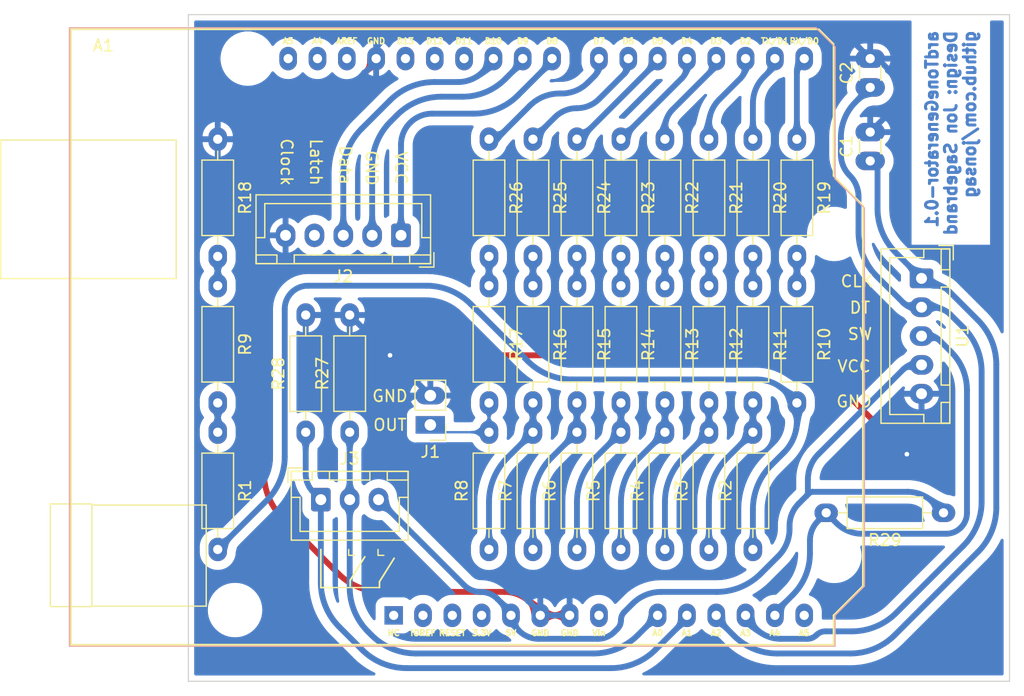
<source format=kicad_pcb>
(kicad_pcb (version 20211014) (generator pcbnew)
  (title_block (title "ardToneGenerator") (date "2022-10-24") (rev "0.1"))
  (layers (0 "F.Cu" signal) (31 "B.Cu" signal) (34 "B.Paste" user) (35 "F.Paste" user) (36 "B.SilkS" user "B.Silkscreen") (37 "F.SilkS" user "F.Silkscreen") (38 "B.Mask" user) (39 "F.Mask" user) (44 "Edge.Cuts" user))
  (net 0 "")
  (net 1 "Net-(A1-Pad11)")
  (net 2 "Net-(A1-Pad12)")
  (net 3 "Net-(A1-Pad23)")
  (net 4 "Net-(A1-Pad24)")
  (net 5 "Net-(A1-Pad25)")
  (net 6 "Net-(A1-Pad5)")
  (net 7 "Net-(A1-Pad10)")
  (net 8 "Net-(R1-Pad1)")
  (net 9 "Net-(R1-Pad2)")
  (net 10 "Net-(R11-Pad2)")
  (net 11 "Net-(R12-Pad2)")
  (net 12 "Net-(R13-Pad2)")
  (net 13 "Net-(R14-Pad2)")
  (net 14 "Net-(R15-Pad2)")
  (net 15 "Net-(R16-Pad2)")
  (net 16 "Net-(R18-Pad2)")
  (net 17 "Net-(R10-Pad1)")
  (net 18 "Net-(R11-Pad1)")
  (net 19 "Net-(R12-Pad1)")
  (net 20 "Net-(R13-Pad1)")
  (net 21 "Net-(R14-Pad1)")
  (net 22 "Net-(R15-Pad1)")
  (net 23 "Net-(R16-Pad1)")
  (net 24 "Net-(R17-Pad1)")
  (net 25 "Net-(A1-Pad15)")
  (net 26 "Net-(A1-Pad16)")
  (net 27 "Net-(A1-Pad17)")
  (net 28 "Net-(A1-Pad18)")
  (net 29 "Net-(A1-Pad19)")
  (net 30 "Net-(A1-Pad20)")
  (net 31 "Net-(A1-Pad21)")
  (net 32 "Net-(A1-Pad22)")
  (net 33 "Net-(A1-Pad13)")
  (net 46 "+5V")
  (net 47 "Net-(R27-Pad1)")
  (net 48 "GND")
  (net 49 "Net-(R17-Pad2)")
  (footprint "My_Misc:R_Axial_DIN0207_L6.3mm_D2.5mm_P10.16mm_Horizontal_large" (layer "F.Cu") (at 92.075 78.74 -90)
    (fp_text reference "R23")
    (fp_text value "10k")
  )
  (footprint "My_Misc:R_Axial_DIN0207_L6.3mm_D2.5mm_P10.16mm_Horizontal_large" (layer "F.Cu") (at 99.695 114.3 90)
    (fp_text reference "R3")
    (fp_text value "10k")
  )
  (footprint "My_Arduino:Arduino_UNO_R3_shield_large" (layer "F.Cu") (at 44.45 69.215)
    (fp_text reference "A1")
    (fp_text value "Arduino_UNO_R3")
  )
  (footprint "My_Misc:R_Axial_DIN0207_L6.3mm_D2.5mm_P10.16mm_Horizontal_large" (layer "F.Cu") (at 80.645 91.44 -90)
    (fp_text reference "R17")
    (fp_text value "10k")
  )
  (footprint "My_Misc:R_Axial_DIN0207_L6.3mm_D2.5mm_P10.16mm_Horizontal_large" (layer "F.Cu") (at 95.885 91.44 -90)
    (fp_text reference "R13")
    (fp_text value "10k")
  )
  (footprint "My_Misc:R_Axial_DIN0207_L6.3mm_D2.5mm_P10.16mm_Horizontal_large" (layer "F.Cu") (at 84.455 78.74 -90)
    (fp_text reference "R25")
    (fp_text value "10k")
  )
  (footprint "My_Headers:2-pin_Output_header_large" (layer "F.Cu") (at 75.565 103.505 180)
    (fp_text reference "J1")
    (fp_text value "Output")
  )
  (footprint "My_Misc:R_Axial_DIN0207_L6.3mm_D2.5mm_P10.16mm_Horizontal_large" (layer "F.Cu") (at 95.885 78.74 -90)
    (fp_text reference "R22")
    (fp_text value "10k")
  )
  (footprint "My_Misc:R_Axial_DIN0207_L6.3mm_D2.5mm_P10.16mm_Horizontal_large" (layer "F.Cu") (at 84.455 91.44 -90)
    (fp_text reference "R16")
    (fp_text value "10k")
  )
  (footprint "My_Misc:R_Axial_DIN0207_L6.3mm_D2.5mm_P10.16mm_Horizontal_large" (layer "F.Cu") (at 57.15 104.14 -90)
    (fp_text reference "R1")
    (fp_text value "10k")
  )
  (footprint "My_Misc:R_Axial_DIN0207_L6.3mm_D2.5mm_P10.16mm_Horizontal_large" (layer "F.Cu") (at 88.265 91.44 -90)
    (fp_text reference "R15")
    (fp_text value "10k")
  )
  (footprint "My_Headers:3-pin JST 2-buttons" (layer "F.Cu") (at 66.08 109.985)
    (fp_text reference "J3")
    (fp_text value "3-pin_2-buttons")
  )
  (footprint "My_Misc:R_Axial_DIN0207_L6.3mm_D2.5mm_P10.16mm_Horizontal_large" (layer "F.Cu") (at 80.645 78.74 -90)
    (fp_text reference "R26")
    (fp_text value "10k")
  )
  (footprint "My_Misc:R_Axial_DIN0207_L6.3mm_D2.5mm_P10.16mm_Horizontal_large" (layer "F.Cu") (at 99.695 91.44 -90)
    (fp_text reference "R12")
    (fp_text value "10k")
  )
  (footprint "My_Headers:5-pin JST LiquidCrystal595" (layer "F.Cu") (at 73.025 87.075 180)
    (fp_text reference "J2")
    (fp_text value "5-pin_LCD")
  )
  (footprint "My_Misc:R_Axial_DIN0207_L6.3mm_D2.5mm_P10.16mm_Horizontal_large" (layer "F.Cu") (at 103.505 114.3 90)
    (fp_text reference "R2")
    (fp_text value "10k")
  )
  (footprint "My_Misc:R_Axial_DIN0207_L6.3mm_D2.5mm_P10.16mm_Horizontal_large" (layer "F.Cu") (at 92.075 91.44 -90)
    (fp_text reference "R14")
    (fp_text value "10k")
  )
  (footprint "My_Misc:R_Axial_DIN0207_L6.3mm_D2.5mm_P10.16mm_Horizontal_large" (layer "F.Cu") (at 84.455 114.3 90)
    (fp_text reference "R7")
    (fp_text value "10k")
  )
  (footprint "My_Misc:R_Axial_DIN0207_L6.3mm_D2.5mm_P10.16mm_Horizontal_large" (layer "F.Cu") (at 120.015 111.125 180)
    (fp_text reference "R29")
    (fp_text value "10k")
  )
  (footprint "My_Misc:R_Axial_DIN0207_L6.3mm_D2.5mm_P10.16mm_Horizontal_large" (layer "F.Cu") (at 57.15 91.44 -90)
    (fp_text reference "R9")
    (fp_text value "10k")
  )
  (footprint "My_Misc:R_Axial_DIN0207_L6.3mm_D2.5mm_P10.16mm_Horizontal_large" (layer "F.Cu") (at 88.265 78.74 -90)
    (fp_text reference "R24")
    (fp_text value "10k")
  )
  (footprint "My_Misc:R_Axial_DIN0207_L6.3mm_D2.5mm_P10.16mm_Horizontal_large" (layer "F.Cu") (at 68.58 104.14 90)
    (fp_text reference "R27")
    (fp_text value "10k")
  )
  (footprint "My_Misc:R_Axial_DIN0207_L6.3mm_D2.5mm_P10.16mm_Horizontal_large" (layer "F.Cu") (at 88.265 114.3 90)
    (fp_text reference "R6")
    (fp_text value "10k")
  )
  (footprint "My_Misc:R_Axial_DIN0207_L6.3mm_D2.5mm_P10.16mm_Horizontal_large" (layer "F.Cu") (at 107.315 78.74 -90)
    (fp_text reference "R19")
    (fp_text value "10k")
  )
  (footprint "My_Misc:R_Axial_DIN0207_L6.3mm_D2.5mm_P10.16mm_Horizontal_large" (layer "F.Cu") (at 99.695 78.74 -90)
    (fp_text reference "R21")
    (fp_text value "10k")
  )
  (footprint "My_Headers:5-pin JST Rotary Encoder" (layer "F.Cu") (at 118.11 90.805 -90)
    (fp_text reference "U1")
    (fp_text value "KY-040_Rotary_Encoder")
  )
  (footprint "My_Misc:R_Axial_DIN0207_L6.3mm_D2.5mm_P10.16mm_Horizontal_large" (layer "F.Cu") (at 103.505 91.44 -90)
    (fp_text reference "R11")
    (fp_text value "10k")
  )
  (footprint "My_Misc:R_Axial_DIN0207_L6.3mm_D2.5mm_P10.16mm_Horizontal_large" (layer "F.Cu") (at 92.075 114.3 90)
    (fp_text reference "R5")
    (fp_text value "10k")
  )
  (footprint "My_Misc:R_Axial_DIN0207_L6.3mm_D2.5mm_P10.16mm_Horizontal_large" (layer "F.Cu") (at 57.15 78.74 -90)
    (fp_text reference "R18")
    (fp_text value "10k")
  )
  (footprint "My_Misc:R_Axial_DIN0207_L6.3mm_D2.5mm_P10.16mm_Horizontal_large" (layer "F.Cu") (at 80.645 114.3 90)
    (fp_text reference "R8")
    (fp_text value "10k")
  )
  (footprint "My_Misc:C_Disc_D3.0mm_W1.6mm_P2.50mm_larg" (layer "F.Cu") (at 113.665 80.625 90)
    (fp_text reference "C1")
    (fp_text value "0.47u")
  )
  (footprint "My_Misc:R_Axial_DIN0207_L6.3mm_D2.5mm_P10.16mm_Horizontal_large" (layer "F.Cu") (at 64.77 104.14 90)
    (fp_text reference "R28")
    (fp_text value "10k")
  )
  (footprint "My_Misc:R_Axial_DIN0207_L6.3mm_D2.5mm_P10.16mm_Horizontal_large" (layer "F.Cu") (at 95.885 114.3 90)
    (fp_text reference "R4")
    (fp_text value "10k")
  )
  (footprint "My_Misc:C_Disc_D3.0mm_W1.6mm_P2.50mm_larg" (layer "F.Cu") (at 113.665 74.255 90)
    (fp_text reference "C2")
    (fp_text value "0.47u")
  )
  (footprint "My_Misc:R_Axial_DIN0207_L6.3mm_D2.5mm_P10.16mm_Horizontal_large" (layer "F.Cu") (at 103.505 78.74 -90)
    (fp_text reference "R20")
    (fp_text value "10k")
  )
  (footprint "My_Misc:R_Axial_DIN0207_L6.3mm_D2.5mm_P10.16mm_Horizontal_large" (layer "F.Cu") (at 107.315 91.44 -90)
    (fp_text reference "R10")
    (fp_text value "10k")
  )
  (gr_line (start 125.73 67.945) (end 125.73 125.73) (layer "Edge.Cuts") (width 0.1))
  (gr_line (start 54.61 67.945) (end 125.73 67.945) (layer "Edge.Cuts") (width 0.1))
  (gr_line (start 54.61 125.73) (end 54.61 67.945) (layer "Edge.Cuts") (width 0.1))
  (gr_line (start 125.73 125.73) (end 54.61 125.73) (layer "Edge.Cuts") (width 0.1))
  (gr_text "${TITLE}-${REVISION}\nDesign: Jon Sagebrand\ngithub.com/jonsag" (at 120.65 69.215 90) (layer "B.Cu") (effects (font (size 1.016 1.016) (thickness 0.254)) (justify left mirror)))
  (segment (start 118.11 90.805) (end 118.4275 91.1225) (width 0.508) (layer "B.Cu") (net 1))
  (segment (start 117.475 90.17) (end 118.11 90.805) (width 0.508) (layer "B.Cu") (net 1))
  (segment (start 100.33 120.129236) (end 100.33 120.015) (width 0.508) (layer "B.Cu") (net 1))
  (segment (start 119.38 91.44) (end 119.194012 91.44) (width 0.508) (layer "B.Cu") (net 1))
  (segment (start 120.464012 91.889012) (end 122.993207 94.418207) (width 0.508) (layer "B.Cu") (net 1))
  (segment (start 117.475 90.17) (end 115.893792 88.588792) (width 0.508) (layer "B.Cu") (net 1))
  (segment (start 124.587 110.675352) (end 124.587 98.265963) (width 0.508) (layer "B.Cu") (net 1))
  (segment (start 100.410777 120.324249) (end 101.866764 121.780236) (width 0.508) (layer "B.Cu") (net 1))
  (segment (start 111.945352 123.317) (end 105.57684 123.317) (width 0.508) (layer "B.Cu") (net 1))
  (segment (start 122.993207 114.523108) (end 115.793108 121.723207) (width 0.508) (layer "B.Cu") (net 1))
  (segment (start 114.3 84.741036) (end 114.3 81.28) (width 0.508) (layer "B.Cu") (net 1))
  (arc (start 124.587 110.675352) (mid 124.172786 112.757742) (end 122.993207 114.523108) (width 0.508) (layer "B.Cu") (net 1))
  (arc (start 122.993207 94.418207) (mid 124.172786 96.183572) (end 124.587 98.265963) (width 0.508) (layer "B.Cu") (net 1))
  (arc (start 119.38 91.44) (mid 119.966663 91.556694) (end 120.464012 91.889012) (width 0.508) (layer "B.Cu") (net 1))
  (arc (start 119.194012 91.44) (mid 118.779178 91.357484) (end 118.4275 91.1225) (width 0.508) (layer "B.Cu") (net 1))
  (arc (start 111.945352 123.317) (mid 114.027742 122.902786) (end 115.793108 121.723207) (width 0.508) (layer "B.Cu") (net 1))
  (arc (start 114.3 84.741036) (mid 114.714213 86.823426) (end 115.893792 88.588792) (width 0.508) (layer "B.Cu") (net 1))
  (arc (start 100.33 120.129236) (mid 100.350993 120.234776) (end 100.410777 120.324249) (width 0.508) (layer "B.Cu") (net 1))
  (arc (start 105.57684 123.317) (mid 103.568961 122.917608) (end 101.866764 121.780236) (width 0.508) (layer "B.Cu") (net 1))
  (segment (start 123.317 110.1493) (end 123.317 98.900963) (width 0.508) (layer "B.Cu") (net 2))
  (segment (start 121.723207 113.997056) (end 115.91482 119.805443) (width 0.508) (layer "B.Cu") (net 2))
  (segment (start 105.905235 122.047) (end 108.228433 122.047) (width 0.508) (layer "B.Cu") (net 2))
  (segment (start 118.87425 93.305) (end 119.0425 93.305) (width 0.508) (layer "B.Cu") (net 2))
  (segment (start 112.395 75.525) (end 113.665 74.255) (width 0.508) (layer "B.Cu") (net 2))
  (segment (start 121.723207 95.053207) (end 120.634377 93.964377) (width 0.508) (layer "B.Cu") (net 2))
  (segment (start 102.87 120.142) (end 102.87 120.015) (width 0.508) (layer "B.Cu") (net 2))
  (segment (start 112.067064 121.399236) (end 109.792274 121.399236) (width 0.508) (layer "B.Cu") (net 2))
  (segment (start 111.125 78.591051) (end 111.125 80.042045) (width 0.508) (layer "B.Cu") (net 2))
  (segment (start 118.87425 93.305) (end 118.53775 93.305) (width 0.508) (layer "B.Cu") (net 2))
  (segment (start 117.514 93.305) (end 118.53775 93.305) (width 0.508) (layer "B.Cu") (net 2))
  (segment (start 112.654001 83.733379) (end 112.654001 86.787037) (width 0.508) (layer "B.Cu") (net 2))
  (segment (start 103.759 121.158) (end 102.959802 120.358802) (width 0.508) (layer "B.Cu") (net 2))
  (segment (start 114.247793 90.634793) (end 116.496564 92.883564) (width 0.508) (layer "B.Cu") (net 2))
  (arc (start 121.723207 95.053207) (mid 122.902786 96.818572) (end 123.317 98.900963) (width 0.508) (layer "B.Cu") (net 2))
  (arc (start 112.395 75.525) (mid 111.455062 76.931716) (end 111.125 78.591051) (width 0.508) (layer "B.Cu") (net 2))
  (arc (start 111.8895 81.887712) (mid 112.455313 82.734511) (end 112.654001 83.733379) (width 0.508) (layer "B.Cu") (net 2))
  (arc (start 112.067064 121.399236) (mid 114.149454 120.985022) (end 115.91482 119.805443) (width 0.508) (layer "B.Cu") (net 2))
  (arc (start 102.87 120.142) (mid 102.893338 120.259332) (end 102.959802 120.358802) (width 0.508) (layer "B.Cu") (net 2))
  (arc (start 103.759 121.158) (mid 104.743701 121.815956) (end 105.905235 122.047) (width 0.508) (layer "B.Cu") (net 2))
  (arc (start 109.010354 121.723118) (mid 108.651605 121.962825) (end 108.228433 122.047) (width 0.508) (layer "B.Cu") (net 2))
  (arc (start 109.010354 121.723118) (mid 109.369102 121.48341) (end 109.792274 121.399236) (width 0.508) (layer "B.Cu") (net 2))
  (arc (start 117.514 93.305) (mid 116.963367 93.195472) (end 116.496564 92.883564) (width 0.508) (layer "B.Cu") (net 2))
  (arc (start 121.723207 113.997056) (mid 122.902786 112.23169) (end 123.317 110.1493) (width 0.508) (layer "B.Cu") (net 2))
  (arc (start 114.247793 90.634793) (mid 113.068214 88.869427) (end 112.654001 86.787037) (width 0.508) (layer "B.Cu") (net 2))
  (arc (start 119.0425 93.305) (mid 119.904017 93.476366) (end 120.634377 93.964377) (width 0.508) (layer "B.Cu") (net 2))
  (arc (start 111.8895 81.887712) (mid 111.323687 81.040912) (end 111.125 80.042045) (width 0.508) (layer "B.Cu") (net 2))
  (segment (start 86.11 71.869236) (end 86.11 71.755) (width 0.508) (layer "B.Cu") (net 3))
  (segment (start 86.029222 72.064249) (end 83.160738 74.932733) (width 0.508) (layer "B.Cu") (net 3))
  (segment (start 73.025 79.221149) (end 73.025 87.075) (width 0.508) (layer "B.Cu") (net 3))
  (segment (start 79.312982 76.526526) (end 75.719623 76.526526) (width 0.508) (layer "B.Cu") (net 3))
  (arc (start 79.312982 76.526526) (mid 81.395372 76.112312) (end 83.160738 74.932733) (width 0.508) (layer "B.Cu") (net 3))
  (arc (start 86.029222 72.064249) (mid 86.089006 71.974776) (end 86.11 71.869236) (width 0.508) (layer "B.Cu") (net 3))
  (arc (start 75.719623 76.526526) (mid 74.688435 76.731642) (end 73.814237 77.315763) (width 0.508) (layer "B.Cu") (net 3))
  (arc (start 73.025 79.221149) (mid 73.230116 78.189961) (end 73.814237 77.315763) (width 0.508) (layer "B.Cu") (net 3))
  (segment (start 70.525 81.062911) (end 70.525 87.075) (width 0.508) (layer "B.Cu") (net 4))
  (segment (start 76.530911 75.057) (end 78.35991 75.057) (width 0.508) (layer "B.Cu") (net 4))
  (segment (start 72.683155 76.650792) (end 72.118792 77.215154) (width 0.508) (layer "B.Cu") (net 4))
  (segment (start 83.57 71.88) (end 83.57 71.755) (width 0.508) (layer "B.Cu") (net 4))
  (segment (start 82.044 73.531) (end 83.481611 72.093388) (width 0.508) (layer "B.Cu") (net 4))
  (arc (start 82.044 73.531) (mid 80.353725 74.660405) (end 78.35991 75.057) (width 0.508) (layer "B.Cu") (net 4))
  (arc (start 70.525 81.062911) (mid 70.939213 78.98052) (end 72.118792 77.215154) (width 0.508) (layer "B.Cu") (net 4))
  (arc (start 83.481611 72.093388) (mid 83.547028 71.995484) (end 83.57 71.88) (width 0.508) (layer "B.Cu") (net 4))
  (arc (start 76.530911 75.057) (mid 74.44852 75.471213) (end 72.683155 76.650792) (width 0.508) (layer "B.Cu") (net 4))
  (segment (start 72.066206 75.380792) (end 69.618792 77.828207) (width 0.508) (layer "B.Cu") (net 5))
  (segment (start 80.128235 72.885235) (end 80.949222 72.064249) (width 0.508) (layer "B.Cu") (net 5))
  (segment (start 81.03 71.869236) (end 81.03 71.755) (width 0.508) (layer "B.Cu") (net 5))
  (segment (start 68.025 81.675963) (end 68.025 87.075) (width 0.508) (layer "B.Cu") (net 5))
  (segment (start 77.951185 73.787) (end 75.913963 73.787) (width 0.508) (layer "B.Cu") (net 5))
  (arc (start 72.066206 75.380792) (mid 73.831572 74.201213) (end 75.913963 73.787) (width 0.508) (layer "B.Cu") (net 5))
  (arc (start 81.03 71.869236) (mid 81.009006 71.974776) (end 80.949222 72.064249) (width 0.508) (layer "B.Cu") (net 5))
  (arc (start 69.618792 77.828207) (mid 68.439213 79.593572) (end 68.025 81.675963) (width 0.508) (layer "B.Cu") (net 5))
  (arc (start 77.951185 73.787) (mid 79.129396 73.552638) (end 80.128235 72.885235) (width 0.508) (layer "B.Cu") (net 5))
  (segment (start 109.180374 106.042625) (end 116.496564 98.726435) (width 0.508) (layer "B.Cu") (net 6))
  (segment (start 82.55 119.888) (end 82.55 120.04675) (width 0.508) (layer "B.Cu") (net 6))
  (segment (start 75.627467 114.532467) (end 77.872532 116.777532) (width 0.508) (layer "B.Cu") (net 6))
  (segment (start 90.080197 122.047) (end 84.934828 122.047) (width 0.508) (layer "B.Cu") (net 6))
  (segment (start 108.38175 109.42325) (end 108.15325 109.65175) (width 0.508) (layer "B.Cu") (net 6))
  (segment (start 82.460197 119.671197) (end 81.370919 118.581919) (width 0.508) (layer "B.Cu") (net 6))
  (segment (start 104.200004 116.389207) (end 105.695632 114.893579) (width 0.508) (layer "B.Cu") (net 6))
  (segment (start 82.55 120.3325) (end 82.55 120.23725) (width 0.508) (layer "B.Cu") (net 6))
  (segment (start 108.2675 109.375926) (end 108.2675 108.2465) (width 0.508) (layer "B.Cu") (net 6))
  (segment (start 78.47908 117.38408) (end 77.872532 116.777532) (width 0.508) (layer "B.Cu") (net 6))
  (segment (start 108.15325 109.65175) (end 107.47375 110.33125) (width 0.508) (layer "B.Cu") (net 6))
  (segment (start 91.490735 121.462735) (end 91.769716 121.183755) (width 0.508) (layer "B.Cu") (net 6))
  (segment (start 82.55 120.04675) (end 82.55 120.23725) (width 0.508) (layer "B.Cu") (net 6))
  (segment (start 106.68 112.247532) (end 106.68 112.517106) (width 0.508) (layer "B.Cu") (net 6))
  (segment (start 75.627467 114.532467) (end 71.08 109.985) (width 0.508) (layer "B.Cu") (net 6))
  (segment (start 100.352248 117.983) (end 95.54384 117.983) (width 0.508) (layer "B.Cu") (net 6))
  (segment (start 83.2485 121.3485) (end 82.774506 120.874506) (width 0.508) (layer "B.Cu") (net 6))
  (segment (start 119.107 110.217) (end 120.015 111.125) (width 0.508) (layer "B.Cu") (net 6))
  (segment (start 108.657573 109.309) (end 116.914894 109.309) (width 0.508) (layer "B.Cu") (net 6))
  (segment (start 117.514 98.305) (end 118.11 98.305) (width 0.508) (layer "B.Cu") (net 6))
  (segment (start 93.090999 118.998999) (end 92.380283 119.709716) (width 0.508) (layer "B.Cu") (net 6))
  (arc (start 105.695632 114.893579) (mid 106.424171 113.803244) (end 106.68 112.517106) (width 0.508) (layer "B.Cu") (net 6))
  (arc (start 83.2485 121.3485) (mid 84.022193 121.865465) (end 84.934828 122.047) (width 0.508) (layer "B.Cu") (net 6))
  (arc (start 108.15325 109.65175) (mid 108.237807 109.5252) (end 108.2675 109.375926) (width 0.508) (layer "B.Cu") (net 6))
  (arc (start 92.380283 119.709716) (mid 92.15434 120.047863) (end 92.075 120.446736) (width 0.508) (layer "B.Cu") (net 6))
  (arc (start 82.460197 119.671197) (mid 82.52666 119.770667) (end 82.55 119.888) (width 0.508) (layer "B.Cu") (net 6))
  (arc (start 91.490735 121.462735) (mid 90.843575 121.895154) (end 90.080197 122.047) (width 0.508) (layer "B.Cu") (net 6))
  (arc (start 108.657573 109.309) (mid 108.508298 109.338692) (end 108.38175 109.42325) (width 0.508) (layer "B.Cu") (net 6))
  (arc (start 117.514 98.305) (mid 116.963367 98.414527) (end 116.496564 98.726435) (width 0.508) (layer "B.Cu") (net 6))
  (arc (start 82.55 120.3325) (mid 82.608347 120.625831) (end 82.774506 120.874506) (width 0.508) (layer "B.Cu") (net 6))
  (arc (start 119.107 110.217) (mid 118.101253 109.544981) (end 116.914894 109.309) (width 0.508) (layer "B.Cu") (net 6))
  (arc (start 104.200004 116.389207) (mid 102.434638 117.568786) (end 100.352248 117.983) (width 0.508) (layer "B.Cu") (net 6))
  (arc (start 79.925 117.983) (mid 80.707525 118.138653) (end 81.370919 118.581919) (width 0.508) (layer "B.Cu") (net 6))
  (arc (start 91.769716 121.183755) (mid 91.995659 120.845607) (end 92.075 120.446736) (width 0.508) (layer "B.Cu") (net 6))
  (arc (start 109.180374 106.042625) (mid 108.504748 107.053771) (end 108.2675 108.2465) (width 0.508) (layer "B.Cu") (net 6))
  (arc (start 108.38175 109.42325) (mid 108.308814 109.437757) (end 108.2675 109.375926) (width 0.508) (layer "B.Cu") (net 6))
  (arc (start 78.47908 117.38408) (mid 79.142473 117.827345) (end 79.925 117.983) (width 0.508) (layer "B.Cu") (net 6))
  (arc (start 106.68 112.247532) (mid 106.886288 111.210447) (end 107.47375 110.33125) (width 0.508) (layer "B.Cu") (net 6))
  (arc (start 93.090999 118.998999) (mid 94.216372 118.247049) (end 95.54384 117.983) (width 0.508) (layer "B.Cu") (net 6))
  (segment (start 95.065792 122.993207) (end 97.700197 120.358802) (width 0.508) (layer "B.Cu") (net 7))
  (segment (start 66.08 117.166036) (end 66.08 110.911309) (width 0.508) (layer "B.Cu") (net 7))
  (segment (start 64.77 107.74869) (end 64.77 104.14) (width 0.508) (layer "B.Cu") (net 7))
  (segment (start 67.673792 121.013792) (end 69.653207 122.993207) (width 0.508) (layer "B.Cu") (net 7))
  (segment (start 73.500963 124.587) (end 91.218036 124.587) (width 0.508) (layer "B.Cu") (net 7))
  (segment (start 97.79 120.142) (end 97.79 120.015) (width 0.508) (layer "B.Cu") (net 7))
  (arc (start 65.425 109.33) (mid 64.940228 108.604488) (end 64.77 107.74869) (width 0.508) (layer "B.Cu") (net 7))
  (arc (start 97.79 120.142) (mid 97.76666 120.259332) (end 97.700197 120.358802) (width 0.508) (layer "B.Cu") (net 7))
  (arc (start 69.653207 122.993207) (mid 71.418572 124.172786) (end 73.500963 124.587) (width 0.508) (layer "B.Cu") (net 7))
  (arc (start 95.065792 122.993207) (mid 93.300426 124.172786) (end 91.218036 124.587) (width 0.508) (layer "B.Cu") (net 7))
  (arc (start 67.673792 121.013792) (mid 66.494213 119.248426) (end 66.08 117.166036) (width 0.508) (layer "B.Cu") (net 7))
  (arc (start 65.425 109.33) (mid 65.909771 110.05551) (end 66.08 110.911309) (width 0.508) (layer "B.Cu") (net 7))
  (segment (start 57.15 101.6) (end 57.15 104.14) (width 0.508) (layer "B.Cu") (net 8))
  (segment (start 107.315 103.1875) (end 107.315 101.6) (width 0.508) (layer "B.Cu") (net 9))
  (segment (start 61.360207 110.089792) (end 57.15 114.3) (width 0.508) (layer "B.Cu") (net 9))
  (segment (start 103.505 110.838963) (end 103.505 114.3) (width 0.508) (layer "B.Cu") (net 9))
  (segment (start 106.192467 105.897532) (end 105.098792 106.991206) (width 0.508) (layer "B.Cu") (net 9))
  (segment (start 107.315 101.6) (end 106.299 100.584) (width 0.508) (layer "B.Cu") (net 9))
  (segment (start 79.063792 93.033792) (end 84.004207 97.974207) (width 0.508) (layer "B.Cu") (net 9))
  (segment (start 75.216036 91.44) (end 64.970093 91.44) (width 0.508) (layer "B.Cu") (net 9))
  (segment (start 62.954 93.456093) (end 62.954 106.242036) (width 0.508) (layer "B.Cu") (net 9))
  (segment (start 103.846159 99.568) (end 87.851963 99.568) (width 0.508) (layer "B.Cu") (net 9))
  (arc (start 64.970093 91.44) (mid 64.198567 91.593465) (end 63.5445 92.0305) (width 0.508) (layer "B.Cu") (net 9))
  (arc (start 61.360207 110.089792) (mid 62.539786 108.324426) (end 62.954 106.242036) (width 0.508) (layer "B.Cu") (net 9))
  (arc (start 103.846159 99.568) (mid 105.173626 99.832049) (end 106.299 100.584) (width 0.508) (layer "B.Cu") (net 9))
  (arc (start 63.5445 92.0305) (mid 63.107465 92.684567) (end 62.954 93.456093) (width 0.508) (layer "B.Cu") (net 9))
  (arc (start 87.851963 99.568) (mid 85.769572 99.153786) (end 84.004207 97.974207) (width 0.508) (layer "B.Cu") (net 9))
  (arc (start 75.216036 91.44) (mid 77.298426 91.854213) (end 79.063792 93.033792) (width 0.508) (layer "B.Cu") (net 9))
  (arc (start 105.098792 106.991206) (mid 103.919213 108.756572) (end 103.505 110.838963) (width 0.508) (layer "B.Cu") (net 9))
  (arc (start 106.192467 105.897532) (mid 107.023263 104.654158) (end 107.315 103.1875) (width 0.508) (layer "B.Cu") (net 9))
  (segment (start 103.505 104.14) (end 101.288792 106.356207) (width 0.508) (layer "B.Cu") (net 10))
  (segment (start 99.695 110.203963) (end 99.695 114.3) (width 0.508) (layer "B.Cu") (net 10))
  (segment (start 103.505 104.14) (end 103.505 101.6) (width 0.508) (layer "B.Cu") (net 10))
  (arc (start 99.695 110.203963) (mid 100.109213 108.121572) (end 101.288792 106.356207) (width 0.508) (layer "B.Cu") (net 10))
  (segment (start 95.885 110.203963) (end 95.885 114.3) (width 0.508) (layer "B.Cu") (net 11))
  (segment (start 99.695 104.14) (end 99.695 101.6) (width 0.508) (layer "B.Cu") (net 11))
  (segment (start 97.478792 106.356207) (end 99.695 104.14) (width 0.508) (layer "B.Cu") (net 11))
  (arc (start 97.478792 106.356207) (mid 96.299213 108.121572) (end 95.885 110.203963) (width 0.508) (layer "B.Cu") (net 11))
  (segment (start 95.885 104.14) (end 95.885 101.6) (width 0.508) (layer "B.Cu") (net 12))
  (segment (start 92.075 110.203963) (end 92.075 114.3) (width 0.508) (layer "B.Cu") (net 12))
  (segment (start 95.885 104.14) (end 93.668792 106.356207) (width 0.508) (layer "B.Cu") (net 12))
  (arc (start 93.668792 106.356207) (mid 92.489213 108.121572) (end 92.075 110.203963) (width 0.508) (layer "B.Cu") (net 12))
  (segment (start 92.075 104.14) (end 89.858792 106.356207) (width 0.508) (layer "B.Cu") (net 13))
  (segment (start 92.075 104.14) (end 92.075 101.6) (width 0.508) (layer "B.Cu") (net 13))
  (segment (start 88.265 110.203963) (end 88.265 114.3) (width 0.508) (layer "B.Cu") (net 13))
  (arc (start 89.858792 106.356207) (mid 88.679213 108.121572) (end 88.265 110.203963) (width 0.508) (layer "B.Cu") (net 13))
  (segment (start 88.265 104.14) (end 88.265 101.6) (width 0.508) (layer "B.Cu") (net 14))
  (segment (start 84.455 110.203963) (end 84.455 114.3) (width 0.508) (layer "B.Cu") (net 14))
  (segment (start 86.048792 106.356207) (end 88.265 104.14) (width 0.508) (layer "B.Cu") (net 14))
  (arc (start 86.048792 106.356207) (mid 84.869213 108.121572) (end 84.455 110.203963) (width 0.508) (layer "B.Cu") (net 14))
  (segment (start 80.645 110.203963) (end 80.645 114.3) (width 0.508) (layer "B.Cu") (net 15))
  (segment (start 82.238792 106.356207) (end 84.455 104.14) (width 0.508) (layer "B.Cu") (net 15))
  (segment (start 84.455 104.14) (end 84.455 101.6) (width 0.508) (layer "B.Cu") (net 15))
  (arc (start 82.238792 106.356207) (mid 81.059213 108.121572) (end 80.645 110.203963) (width 0.508) (layer "B.Cu") (net 15))
  (segment (start 57.15 88.9) (end 57.15 91.44) (width 0.508) (layer "B.Cu") (net 16))
  (segment (start 107.315 88.9) (end 107.315 91.44) (width 0.508) (layer "B.Cu") (net 17))
  (segment (start 103.505 88.9) (end 103.505 91.44) (width 0.508) (layer "B.Cu") (net 18))
  (segment (start 99.695 88.9) (end 99.695 91.44) (width 0.508) (layer "B.Cu") (net 19))
  (segment (start 95.885 88.9) (end 95.885 91.44) (width 0.508) (layer "B.Cu") (net 20))
  (segment (start 92.075 88.9) (end 92.075 91.44) (width 0.508) (layer "B.Cu") (net 21))
  (segment (start 88.265 88.9) (end 88.265 91.44) (width 0.508) (layer "B.Cu") (net 22))
  (segment (start 84.455 88.9) (end 84.455 91.44) (width 0.508) (layer "B.Cu") (net 23))
  (segment (start 80.645 88.9) (end 80.645 91.44) (width 0.508) (layer "B.Cu") (net 24))
  (segment (start 107.315 72.839012) (end 107.315 78.74) (width 0.508) (layer "B.Cu") (net 25))
  (segment (start 107.6325 72.0725) (end 107.95 71.755) (width 0.508) (layer "B.Cu") (net 25))
  (arc (start 107.6325 72.0725) (mid 107.397515 72.424178) (end 107.315 72.839012) (width 0.508) (layer "B.Cu") (net 25))
  (segment (start 104.457499 73.342499) (end 105.185493 72.614506) (width 0.508) (layer "B.Cu") (net 26))
  (segment (start 105.41 72.0725) (end 105.41 71.755) (width 0.508) (layer "B.Cu") (net 26))
  (segment (start 103.505 75.642038) (end 103.505 78.74) (width 0.508) (layer "B.Cu") (net 26))
  (arc (start 105.41 72.0725) (mid 105.351652 72.365831) (end 105.185493 72.614506) (width 0.508) (layer "B.Cu") (net 26))
  (arc (start 104.457499 73.342499) (mid 103.752546 74.397536) (end 103.505 75.642038) (width 0.508) (layer "B.Cu") (net 26))
  (segment (start 102.87 72.39) (end 102.87 71.755) (width 0.508) (layer "B.Cu") (net 27))
  (segment (start 99.695 77.47) (end 99.695 78.74) (width 0.508) (layer "B.Cu") (net 27))
  (segment (start 102.420987 73.474012) (end 100.593025 75.301974) (width 0.508) (layer "B.Cu") (net 27))
  (arc (start 102.420987 73.474012) (mid 102.753305 72.976663) (end 102.87 72.39) (width 0.508) (layer "B.Cu") (net 27))
  (arc (start 100.593025 75.301974) (mid 99.928389 76.296672) (end 99.695 77.47) (width 0.508) (layer "B.Cu") (net 27))
  (segment (start 96.558519 76.16148) (end 100.105493 72.614506) (width 0.508) (layer "B.Cu") (net 28))
  (segment (start 95.885 77.7875) (end 95.885 78.74) (width 0.508) (layer "B.Cu") (net 28))
  (segment (start 100.33 72.0725) (end 100.33 71.755) (width 0.508) (layer "B.Cu") (net 28))
  (arc (start 96.558519 76.16148) (mid 96.060041 76.907504) (end 95.885 77.7875) (width 0.508) (layer "B.Cu") (net 28))
  (arc (start 100.33 72.0725) (mid 100.271652 72.365831) (end 100.105493 72.614506) (width 0.508) (layer "B.Cu") (net 28))
  (segment (start 97.79 72.39) (end 97.79 71.755) (width 0.508) (layer "B.Cu") (net 29))
  (segment (start 97.340987 73.474012) (end 92.075 78.74) (width 0.508) (layer "B.Cu") (net 29))
  (arc (start 97.79 72.39) (mid 97.673305 72.976663) (end 97.340987 73.474012) (width 0.508) (layer "B.Cu") (net 29))
  (segment (start 95.25 71.869236) (end 95.25 71.755) (width 0.508) (layer "B.Cu") (net 30))
  (segment (start 88.379236 78.74) (end 88.265 78.74) (width 0.508) (layer "B.Cu") (net 30))
  (segment (start 95.169222 72.064249) (end 88.574249 78.659222) (width 0.508) (layer "B.Cu") (net 30))
  (arc (start 88.574249 78.659222) (mid 88.484776 78.719006) (end 88.379236 78.74) (width 0.508) (layer "B.Cu") (net 30))
  (arc (start 95.169222 72.064249) (mid 95.229006 71.974776) (end 95.25 71.869236) (width 0.508) (layer "B.Cu") (net 30))
  (segment (start 92.366197 73.071222) (end 90.179025 75.258394) (width 0.508) (layer "B.Cu") (net 31))
  (segment (start 92.71 72.24121) (end 92.71 71.755) (width 0.508) (layer "B.Cu") (net 31))
  (segment (start 86.350974 76.844025) (end 84.455 78.74) (width 0.508) (layer "B.Cu") (net 31))
  (arc (start 88.265 76.05121) (mid 89.300862 75.845163) (end 90.179025 75.258394) (width 0.508) (layer "B.Cu") (net 31))
  (arc (start 88.265 76.05121) (mid 87.229136 76.257255) (end 86.350974 76.844025) (width 0.508) (layer "B.Cu") (net 31))
  (arc (start 92.71 72.24121) (mid 92.620648 72.690409) (end 92.366197 73.071222) (width 0.508) (layer "B.Cu") (net 31))
  (segment (start 90.17 72.315605) (end 90.17 71.755) (width 0.508) (layer "B.Cu") (net 32))
  (segment (start 89.217499 73.828709) (end 89.773592 73.272617) (width 0.508) (layer "B.Cu") (net 32))
  (segment (start 84.168863 75.851136) (end 81.504506 78.515493) (width 0.508) (layer "B.Cu") (net 32))
  (segment (start 80.9625 78.74) (end 80.645 78.74) (width 0.508) (layer "B.Cu") (net 32))
  (segment (start 86.751895 74.78121) (end 86.917961 74.78121) (width 0.508) (layer "B.Cu") (net 32))
  (arc (start 81.504506 78.515493) (mid 81.255831 78.681652) (end 80.9625 78.74) (width 0.508) (layer "B.Cu") (net 32))
  (arc (start 89.217499 73.828709) (mid 88.162462 74.533663) (end 86.917961 74.78121) (width 0.508) (layer "B.Cu") (net 32))
  (arc (start 90.17 72.315605) (mid 90.066976 72.833536) (end 89.773592 73.272617) (width 0.508) (layer "B.Cu") (net 32))
  (arc (start 84.168863 75.851136) (mid 85.353968 75.059274) (end 86.751895 74.78121) (width 0.508) (layer "B.Cu") (net 32))
  (segment (start 118.706 95.805) (end 118.11 95.805) (width 0.508) (layer "B.Cu") (net 33))
  (segment (start 105.41 119.900764) (end 105.41 120.015) (width 0.508) (layer "B.Cu") (net 33))
  (segment (start 110.763 112.033) (end 110.5595 111.8295) (width 0.508) (layer "B.Cu") (net 33))
  (segment (start 119.723435 96.226435) (end 120.6745 97.1775) (width 0.508) (layer "B.Cu") (net 33))
  (segment (start 112.955105 112.941) (end 120.231 112.941) (width 0.508) (layer "B.Cu") (net 33))
  (segment (start 105.490777 119.70575) (end 106.95523 118.241296) (width 0.508) (layer "B.Cu") (net 33))
  (segment (start 122.047 111.125) (end 122.047 100.491008) (width 0.508) (layer "B.Cu") (net 33))
  (segment (start 108.445999 114.642265) (end 108.445999 113.530315) (width 0.508) (layer "B.Cu") (net 33))
  (arc (start 109.150499 111.8295) (mid 109.854999 111.537686) (end 110.5595 111.8295) (width 0.508) (layer "B.Cu") (net 33))
  (arc (start 122.047 111.125) (mid 121.908765 111.819953) (end 121.515106 112.409106) (width 0.508) (layer "B.Cu") (net 33))
  (arc (start 105.490777 119.70575) (mid 105.430993 119.795223) (end 105.41 119.900764) (width 0.508) (layer "B.Cu") (net 33))
  (arc (start 109.150499 111.8295) (mid 108.629092 112.60984) (end 108.445999 113.530315) (width 0.508) (layer "B.Cu") (net 33))
  (arc (start 108.445999 114.642265) (mid 108.05856 116.590046) (end 106.95523 118.241296) (width 0.508) (layer "B.Cu") (net 33))
  (arc (start 121.515106 112.409106) (mid 120.925953 112.802765) (end 120.231 112.941) (width 0.508) (layer "B.Cu") (net 33))
  (arc (start 118.706 95.805) (mid 119.256632 95.914527) (end 119.723435 96.226435) (width 0.508) (layer "B.Cu") (net 33))
  (arc (start 122.047 100.491008) (mid 121.690298 98.69775) (end 120.6745 97.1775) (width 0.508) (layer "B.Cu") (net 33))
  (arc (start 110.763 112.033) (mid 111.768746 112.705018) (end 112.955105 112.941) (width 0.508) (layer "B.Cu") (net 33))
  (segment (start 70.173792 121.430792) (end 70.466207 121.723207) (width 0.508) (layer "B.Cu") (net 47))
  (segment (start 68.58 109.985) (end 68.58 104.14) (width 0.508) (layer "B.Cu") (net 47))
  (segment (start 68.58 117.583036) (end 68.58 109.985) (width 0.508) (layer "B.Cu") (net 47))
  (segment (start 93.541792 121.723207) (end 95.25 120.015) (width 0.508) (layer "B.Cu") (net 47))
  (segment (start 89.694036 123.317) (end 74.313963 123.317) (width 0.508) (layer "B.Cu") (net 47))
  (arc (start 93.541792 121.723207) (mid 91.776426 122.902786) (end 89.694036 123.317) (width 0.508) (layer "B.Cu") (net 47))
  (arc (start 70.466207 121.723207) (mid 72.231572 122.902786) (end 74.313963 123.317) (width 0.508) (layer "B.Cu") (net 47))
  (arc (start 68.58 117.583036) (mid 68.994213 119.665426) (end 70.173792 121.430792) (width 0.508) (layer "B.Cu") (net 47))
  (segment (start 70.780197 72.098802) (end 62.752792 80.126207) (width 0.508) (layer "F.Cu") (net 48))
  (segment (start 67.583207 116.389207) (end 62.752792 111.558792) (width 0.508) (layer "F.Cu") (net 48))
  (segment (start 71.430963 117.983) (end 82.011185 117.983) (width 0.508) (layer "F.Cu") (net 48))
  (segment (start 109.861292 99.066292) (end 116.84 106.045) (width 0.508) (layer "F.Cu") (net 48))
  (segment (start 85.204236 120.015) (end 87.63 120.015) (width 0.508) (layer "F.Cu") (net 48))
  (segment (start 84.188236 118.884764) (end 85.009222 119.70575) (width 0.508) (layer "F.Cu") (net 48))
  (segment (start 106.013536 97.4725) (end 72.0725 97.4725) (width 0.508) (layer "F.Cu") (net 48))
  (segment (start 70.87 71.882) (end 70.87 71.755) (width 0.508) (layer "F.Cu") (net 48))
  (segment (start 61.159 107.711036) (end 61.159 83.973963) (width 0.508) (layer "F.Cu") (net 48))
  (via (at 72.0725 97.4725) (size 1.524) (drill 0.4) (layers "F.Cu" "B.Cu") (net 48))
  (via (at 116.84 106.045) (size 1.524) (drill 0.4) (layers "F.Cu" "B.Cu") (net 48))
  (arc (start 85.204236 120.015) (mid 85.123458 119.981541) (end 85.09 119.900764) (width 0.508) (layer "F.Cu") (net 48))
  (arc (start 61.159 107.711036) (mid 61.573213 109.793426) (end 62.752792 111.558792) (width 0.508) (layer "F.Cu") (net 48))
  (arc (start 70.87 71.882) (mid 70.84666 71.999332) (end 70.780197 72.098802) (width 0.508) (layer "F.Cu") (net 48))
  (arc (start 61.159 83.973963) (mid 61.573213 81.891572) (end 62.752792 80.126207) (width 0.508) (layer "F.Cu") (net 48))
  (arc (start 85.009222 119.70575) (mid 85.069006 119.795223) (end 85.09 119.900764) (width 0.508) (layer "F.Cu") (net 48))
  (arc (start 67.583207 116.389207) (mid 69.348572 117.568786) (end 71.430963 117.983) (width 0.508) (layer "F.Cu") (net 48))
  (arc (start 109.861292 99.066292) (mid 108.095926 97.886713) (end 106.013536 97.4725) (width 0.508) (layer "F.Cu") (net 48))
  (arc (start 84.188236 118.884764) (mid 83.189396 118.21736) (end 82.011185 117.983) (width 0.508) (layer "F.Cu") (net 48))
  (segment (start 115.090804 76.699195) (end 113.665 78.125) (width 0.508) (layer "B.Cu") (net 48))
  (segment (start 110.196159 69.723) (end 72.597592 69.723) (width 0.508) (layer "B.Cu") (net 48))
  (segment (start 65.732792 77.146207) (end 70.780197 72.098802) (width 0.508) (layer "B.Cu") (net 48))
  (segment (start 70.87 71.245) (end 70.87 71.501) (width 0.508) (layer "B.Cu") (net 48))
  (segment (start 85.09 119.900764) (end 85.09 120.015) (width 0.508) (layer "B.Cu") (net 48))
  (segment (start 70.87 71.755) (end 70.87 71.882) (width 0.508) (layer "B.Cu") (net 48))
  (segment (start 73.279 107.464248) (end 73.279 102.265815) (width 0.508) (layer "B.Cu") (net 48))
  (segment (start 74.872792 111.312004) (end 79.657223 116.096435) (width 0.508) (layer "B.Cu") (net 48))
  (segment (start 114.524506 71.979506) (end 115.1255 72.5805) (width 0.508) (layer "B.Cu") (net 48))
  (segment (start 85.009222 119.70575) (end 82.63217 117.328698) (width 0.508) (layer "B.Cu") (net 48))
  (segment (start 72.0725 97.4725) (end 75.565 100.965) (width 0.508) (layer "B.Cu") (net 48))
  (segment (start 68.58 93.98) (end 64.77 93.98) (width 0.508) (layer "B.Cu") (net 48))
  (segment (start 112.649 70.739) (end 113.440493 71.530493) (width 0.508) (layer "B.Cu") (net 48))
  (segment (start 115.951 74.573433) (end 115.951 74.6225) (width 0.508) (layer "B.Cu") (net 48))
  (segment (start 117.475 105.41) (end 116.84 106.045) (width 0.508) (layer "B.Cu") (net 48))
  (segment (start 61.885036 78.74) (end 57.15 78.74) (width 0.508) (layer "B.Cu") (net 48))
  (segment (start 71.230624 70.374375) (end 71.375999 70.228999) (width 0.508) (layer "B.Cu") (net 48))
  (segment (start 70.87 71.501) (end 70.87 71.755) (width 0.508) (layer "B.Cu") (net 48))
  (segment (start 118.11 103.876974) (end 118.11 100.805) (width 0.508) (layer "B.Cu") (net 48))
  (segment (start 68.58 93.98) (end 72.0725 97.4725) (width 0.508) (layer "B.Cu") (net 48))
  (segment (start 74.579815 100.965) (end 75.565 100.965) (width 0.508) (layer "B.Cu") (net 48))
  (arc (start 117.475 105.41) (mid 117.944968 104.706641) (end 118.11 103.876974) (width 0.508) (layer "B.Cu") (net 48))
  (arc (start 79.657223 116.096435) (mid 80.339681 116.552439) (end 81.144697 116.712567) (width 0.508) (layer "B.Cu") (net 48))
  (arc (start 85.009222 119.70575) (mid 85.069006 119.795223) (end 85.09 119.900764) (width 0.508) (layer "B.Cu") (net 48))
  (arc (start 113.440493 71.530493) (mid 113.689168 71.696652) (end 113.9825 71.755) (width 0.508) (layer "B.Cu") (net 48))
  (arc (start 115.090804 76.699195) (mid 115.727442 75.746399) (end 115.951 74.6225) (width 0.508) (layer "B.Cu") (net 48))
  (arc (start 73.279 107.464248) (mid 73.693213 109.546638) (end 74.872792 111.312004) (width 0.508) (layer "B.Cu") (net 48))
  (arc (start 82.63217 117.328698) (mid 81.949711 116.872694) (end 81.144697 116.712567) (width 0.508) (layer "B.Cu") (net 48))
  (arc (start 65.732792 77.146207) (mid 63.967426 78.325786) (end 61.885036 78.74) (width 0.508) (layer "B.Cu") (net 48))
  (arc (start 74.579815 100.965) (mid 74.082014 101.064018) (end 73.66 101.346) (width 0.508) (layer "B.Cu") (net 48))
  (arc (start 70.87 71.245) (mid 70.963723 70.773821) (end 71.230624 70.374375) (width 0.508) (layer "B.Cu") (net 48))
  (arc (start 71.375999 70.228999) (mid 71.93647 69.854504) (end 72.597592 69.723) (width 0.508) (layer "B.Cu") (net 48))
  (arc (start 73.66 101.346) (mid 73.378018 101.768014) (end 73.279 102.265815) (width 0.508) (layer "B.Cu") (net 48))
  (arc (start 112.649 70.739) (mid 111.523626 69.987049) (end 110.196159 69.723) (width 0.508) (layer "B.Cu") (net 48))
  (arc (start 115.951 74.573433) (mid 115.736459 73.494865) (end 115.1255 72.5805) (width 0.508) (layer "B.Cu") (net 48))
  (arc (start 70.780197 72.098802) (mid 70.84666 71.999332) (end 70.87 71.882) (width 0.508) (layer "B.Cu") (net 48))
  (arc (start 114.524506 71.979506) (mid 114.275831 71.813347) (end 113.9825 71.755) (width 0.508) (layer "B.Cu") (net 48))
  (segment (start 80.645 104.14) (end 76.649012 104.14) (width 0.2) (layer "B.Cu") (net 49))
  (segment (start 80.645 104.14) (end 80.645 101.6) (width 0.2) (layer "B.Cu") (net 49))
  (segment (start 75.8825 103.8225) (end 75.565 103.505) (width 0.2) (layer "B.Cu") (net 49))
  (arc (start 75.8825 103.8225) (mid 76.234178 104.057484) (end 76.649012 104.14) (width 0.2) (layer "B.Cu") (net 49))
  (zone (net 48) (net_name "GND") (layer "F.Cu") (priority 16962) (connect_pads yes (clearance 0)) (min_thickness 0.0254) (fill yes (thermal_gap 0.508) (thermal_bridge_width 0.508))
    (polygon (pts (xy 73.5945 97.2185) (xy 73.420464 97.21274) (xy 73.274205 97.196103) (xy 73.149893 97.169549) (xy 73.041701 97.134039) (xy 72.9438 97.090533) (xy 72.850361 97.039993) (xy 72.755554 96.983378) (xy 72.653552 96.921651) (xy 72.538526 96.855771) (xy 72.404648 96.7867) (xy 71.6915 97.4725) (xy 72.404648 98.1583) (xy 72.538526 98.089228) (xy 72.653552 98.023348) (xy 72.755554 97.961621) (xy 72.850361 97.905006) (xy 72.9438 97.854466) (xy 73.041701 97.81096) (xy 73.149893 97.77545) (xy 73.274205 97.748896) (xy 73.420464 97.732259) (xy 73.5945 97.7265)))
  )
  (zone (net 48) (net_name "GND") (layer "F.Cu") (priority 16962) (connect_pads yes (clearance 0)) (min_thickness 0.0254) (fill yes (thermal_gap 0.508) (thermal_bridge_width 0.508))
    (polygon (pts (xy 70.109861 73.128348) (xy 70.248013 72.997723) (xy 70.371828 72.895098) (xy 70.484933 72.81476) (xy 70.590955 72.750992) (xy 70.693522 72.69808) (xy 70.796261 72.650309) (xy 70.9028 72.601965) (xy 71.016765 72.547333) (xy 71.141785 72.480697) (xy 71.281486 72.396344) (xy 71.068923 71.430054) (xy 70.111679 71.68022) (xy 70.100894 71.817664) (xy 70.094696 71.94085) (xy 70.089254 72.052745) (xy 70.080739 72.156316) (xy 70.065321 72.254532) (xy 70.039171 72.35036) (xy 69.998458 72.446767) (xy 69.939354 72.54672) (xy 69.858028 72.653188) (xy 69.750651 72.769138)))
  )
  (zone (net 48) (net_name "GND") (layer "F.Cu") (priority 16962) (connect_pads yes (clearance 0)) (min_thickness 0.0254) (fill yes (thermal_gap 0.508) (thermal_bridge_width 0.508))
    (polygon (pts (xy 83.458434 118.635902) (xy 83.659173 118.764147) (xy 83.823258 118.887949) (xy 83.955 119.010546) (xy 84.058708 119.135176) (xy 84.138691 119.265078) (xy 84.199259 119.403491) (xy 84.244722 119.553652) (xy 84.279389 119.7188) (xy 84.307571 119.902174) (xy 84.333576 120.107012) (xy 85.296264 120.335337) (xy 85.480397 119.360605) (xy 85.268406 119.231056) (xy 85.088449 119.11534) (xy 84.931499 119.00939) (xy 84.788528 118.90914) (xy 84.650507 118.810524) (xy 84.50841 118.709475) (xy 84.353208 118.601929) (xy 84.175874 118.483818) (xy 83.96738 118.351077) (xy 83.718698 118.19964)))
  )
  (zone (net 48) (net_name "GND") (layer "F.Cu") (priority 16962) (connect_pads yes (clearance 0)) (min_thickness 0.0254) (fill yes (thermal_gap 0.508) (thermal_bridge_width 0.508))
    (polygon (pts (xy 86.108 120.269) (xy 86.282035 120.274759) (xy 86.428294 120.291396) (xy 86.552606 120.31795) (xy 86.660798 120.35346) (xy 86.758699 120.396966) (xy 86.852138 120.447506) (xy 86.946945 120.504121) (xy 87.048947 120.565848) (xy 87.163973 120.631728) (xy 87.297852 120.7008) (xy 88.011 120.015) (xy 87.297852 119.3292) (xy 87.163973 119.398271) (xy 87.048947 119.464151) (xy 86.946945 119.525878) (xy 86.852138 119.582493) (xy 86.758699 119.633033) (xy 86.660798 119.676539) (xy 86.552606 119.712049) (xy 86.428294 119.738603) (xy 86.282035 119.75524) (xy 86.108 119.761)))
  )
  (zone (net 48) (net_name "GND") (layer "F.Cu") (priority 16962) (connect_pads yes (clearance 0)) (min_thickness 0.0254) (fill yes (thermal_gap 0.508) (thermal_bridge_width 0.508))
    (polygon (pts (xy 86.616236 119.761) (xy 86.441638 119.75526) (xy 86.294882 119.738674) (xy 86.170124 119.712189) (xy 86.061525 119.676751) (xy 85.963243 119.63331) (xy 85.869436 119.582811) (xy 85.774265 119.526204) (xy 85.671887 119.464434) (xy 85.556461 119.39845) (xy 85.422148 119.3292) (xy 84.709 120.015) (xy 85.422148 120.7008) (xy 85.556461 120.631549) (xy 85.671887 120.565565) (xy 85.774265 120.503795) (xy 85.869436 120.447188) (xy 85.963243 120.396689) (xy 86.061525 120.353248) (xy 86.170124 120.31781) (xy 86.294882 120.291325) (xy 86.441638 120.274739) (xy 86.616236 120.269)))
  )
  (zone (net 48) (net_name "GND") (layer "F.Cu") (priority 16962) (connect_pads yes (clearance 0)) (min_thickness 0.0254) (fill yes (thermal_gap 0.508) (thermal_bridge_width 0.508))
    (polygon (pts (xy 115.584179 105.148389) (xy 115.703168 105.275523) (xy 115.794825 105.390707) (xy 115.863949 105.497385) (xy 115.915343 105.598998) (xy 115.953806 105.698988) (xy 115.98414 105.800797) (xy 116.011146 105.907867) (xy 116.039624 106.023641) (xy 116.074376 106.151561) (xy 116.120202 106.295069) (xy 117.109407 106.314407) (xy 117.090069 105.325202) (xy 116.946561 105.279376) (xy 116.818641 105.244624) (xy 116.702867 105.216146) (xy 116.595797 105.18914) (xy 116.493988 105.158806) (xy 116.393998 105.120343) (xy 116.292385 105.068949) (xy 116.185707 104.999825) (xy 116.070523 104.908168) (xy 115.943389 104.789179)))
  )
  (zone (net 14) (net_name "Net-(R15-Pad2)") (layer "B.Cu") (priority 16962) (connect_pads yes (clearance 0)) (min_thickness 0.0254) (fill yes (thermal_gap 0.508) (thermal_bridge_width 0.508))
    (polygon (pts (xy 88.519 103.19) (xy 88.525389 103.007898) (xy 88.543787 102.855222) (xy 88.573043 102.725768) (xy 88.612003 102.613333) (xy 88.659514 102.511712) (xy 88.714424 102.414703) (xy 88.77558 102.316102) (xy 88.84183 102.209705) (xy 88.912021 102.089309) (xy 88.985 101.948711) (xy 88.265 101.2) (xy 87.545 101.948711) (xy 87.617978 102.089309) (xy 87.688169 102.209705) (xy 87.754419 102.316102) (xy 87.815575 102.414703) (xy 87.870485 102.511712) (xy 87.917996 102.613333) (xy 87.956956 102.725768) (xy 87.986212 102.855222) (xy 88.00461 103.007898) (xy 88.011 103.19)))
  )
  (zone (net 10) (net_name "Net-(R11-Pad2)") (layer "B.Cu") (priority 16962) (connect_pads yes (clearance 0)) (min_thickness 0.0254) (fill yes (thermal_gap 0.508) (thermal_bridge_width 0.508))
    (polygon (pts (xy 102.560306 105.443904) (xy 102.693588 105.319656) (xy 102.814556 105.224708) (xy 102.92678 105.153857) (xy 103.033833 105.101902) (xy 103.139285 105.063641) (xy 103.246708 105.033873) (xy 103.359674 105.007395) (xy 103.481753 104.979007) (xy 103.616518 104.943507) (xy 103.76754 104.895693) (xy 103.787842 103.857158) (xy 102.749307 103.87746) (xy 102.701492 104.028481) (xy 102.665992 104.163246) (xy 102.637604 104.285325) (xy 102.611127 104.398291) (xy 102.581358 104.505714) (xy 102.543097 104.611166) (xy 102.491142 104.718219) (xy 102.420291 104.830443) (xy 102.325343 104.951411) (xy 102.201096 105.084694)))
  )
  (zone (net 13) (net_name "Net-(R14-Pad2)") (layer "B.Cu") (priority 16962) (connect_pads yes (clearance 0)) (min_thickness 0.0254) (fill yes (thermal_gap 0.508) (thermal_bridge_width 0.508))
    (polygon (pts (xy 92.329 103.19) (xy 92.335389 103.007898) (xy 92.353787 102.855222) (xy 92.383043 102.725768) (xy 92.422003 102.613333) (xy 92.469514 102.511712) (xy 92.524424 102.414703) (xy 92.58558 102.316102) (xy 92.65183 102.209705) (xy 92.722021 102.089309) (xy 92.795 101.948711) (xy 92.075 101.2) (xy 91.355 101.948711) (xy 91.427978 102.089309) (xy 91.498169 102.209705) (xy 91.564419 102.316102) (xy 91.625575 102.414703) (xy 91.680485 102.511712) (xy 91.727996 102.613333) (xy 91.766956 102.725768) (xy 91.796212 102.855222) (xy 91.81461 103.007898) (xy 91.821 103.19)))
  )
  (zone (net 18) (net_name "Net-(R11-Pad1)") (layer "B.Cu") (priority 16962) (connect_pads yes (clearance 0)) (min_thickness 0.0254) (fill yes (thermal_gap 0.508) (thermal_bridge_width 0.508))
    (polygon (pts (xy 103.251 89.85) (xy 103.24461 90.032101) (xy 103.226212 90.184777) (xy 103.196956 90.314231) (xy 103.157996 90.426666) (xy 103.110485 90.528287) (xy 103.055575 90.625296) (xy 102.994419 90.723897) (xy 102.928169 90.830294) (xy 102.857978 90.95069) (xy 102.785 91.091289) (xy 103.505 91.84) (xy 104.225 91.091289) (xy 104.152021 90.95069) (xy 104.08183 90.830294) (xy 104.01558 90.723897) (xy 103.954424 90.625296) (xy 103.899514 90.528287) (xy 103.852003 90.426666) (xy 103.813043 90.314231) (xy 103.783787 90.184777) (xy 103.765389 90.032101) (xy 103.759 89.85)))
  )
  (zone (net 14) (net_name "Net-(R15-Pad2)") (layer "B.Cu") (priority 16962) (connect_pads yes (clearance 0)) (min_thickness 0.0254) (fill yes (thermal_gap 0.508) (thermal_bridge_width 0.508))
    (polygon (pts (xy 87.320306 105.443904) (xy 87.453588 105.319656) (xy 87.574556 105.224708) (xy 87.68678 105.153857) (xy 87.793833 105.101902) (xy 87.899285 105.063641) (xy 88.006708 105.033873) (xy 88.119674 105.007395) (xy 88.241753 104.979007) (xy 88.376518 104.943507) (xy 88.52754 104.895693) (xy 88.547842 103.857158) (xy 87.509307 103.87746) (xy 87.461492 104.028481) (xy 87.425992 104.163246) (xy 87.397604 104.285325) (xy 87.371127 104.398291) (xy 87.341358 104.505714) (xy 87.303097 104.611166) (xy 87.251142 104.718219) (xy 87.180291 104.830443) (xy 87.085343 104.951411) (xy 86.961096 105.084694)))
  )
  (zone (net 11) (net_name "Net-(R12-Pad2)") (layer "B.Cu") (priority 16962) (connect_pads yes (clearance 0)) (min_thickness 0.0254) (fill yes (thermal_gap 0.508) (thermal_bridge_width 0.508))
    (polygon (pts (xy 98.750306 105.443904) (xy 98.883588 105.319656) (xy 99.004556 105.224708) (xy 99.11678 105.153857) (xy 99.223833 105.101902) (xy 99.329285 105.063641) (xy 99.436708 105.033873) (xy 99.549674 105.007395) (xy 99.671753 104.979007) (xy 99.806518 104.943507) (xy 99.95754 104.895693) (xy 99.977842 103.857158) (xy 98.939307 103.87746) (xy 98.891492 104.028481) (xy 98.855992 104.163246) (xy 98.827604 104.285325) (xy 98.801127 104.398291) (xy 98.771358 104.505714) (xy 98.733097 104.611166) (xy 98.681142 104.718219) (xy 98.610291 104.830443) (xy 98.515343 104.951411) (xy 98.391096 105.084694)))
  )
  (zone (net 30) (net_name "Net-(A1-Pad20)") (layer "B.Cu") (priority 16962) (connect_pads yes (clearance 0)) (min_thickness 0.0254) (fill yes (thermal_gap 0.508) (thermal_bridge_width 0.508))
    (polygon (pts (xy 94.477672 73.115009) (xy 94.6145 72.985824) (xy 94.73729 72.884613) (xy 94.849644 72.805739) (xy 94.95517 72.743565) (xy 95.057471 72.692453) (xy 95.160153 72.646767) (xy 95.26682 72.600869) (xy 95.381079 72.549124) (xy 95.506533 72.485892) (xy 95.646789 72.405539) (xy 95.456264 71.434663) (xy 94.493576 71.662988) (xy 94.479693 71.801007) (xy 94.47101 71.924606) (xy 94.463608 72.036795) (xy 94.453567 72.140589) (xy 94.436969 72.239002) (xy 94.409895 72.335045) (xy 94.368426 72.431733) (xy 94.308643 72.532079) (xy 94.226628 72.639097) (xy 94.118462 72.755799)))
  )
  (zone (net 24) (net_name "Net-(R17-Pad1)") (layer "B.Cu") (priority 16962) (connect_pads yes (clearance 0)) (min_thickness 0.0254) (fill yes (thermal_gap 0.508) (thermal_bridge_width 0.508))
    (polygon (pts (xy 80.899 90.49) (xy 80.905389 90.307898) (xy 80.923787 90.155222) (xy 80.953043 90.025768) (xy 80.992003 89.913333) (xy 81.039514 89.811712) (xy 81.094424 89.714703) (xy 81.15558 89.616102) (xy 81.22183 89.509705) (xy 81.292021 89.389309) (xy 81.365 89.248711) (xy 80.645 88.5) (xy 79.925 89.248711) (xy 79.997978 89.389309) (xy 80.068169 89.509705) (xy 80.134419 89.616102) (xy 80.195575 89.714703) (xy 80.250485 89.811712) (xy 80.297996 89.913333) (xy 80.336956 90.025768) (xy 80.366212 90.155222) (xy 80.38461 90.307898) (xy 80.391 90.49)))
  )
  (zone (net 0) (net_name "") (layer "B.Cu") (connect_pads (clearance 0.508)) (min_thickness 0.254) (fill yes (thermal_gap 0.508) (thermal_bridge_width 0.508))
    (polygon (pts (xy 127 127) (xy 53.34 127) (xy 53.34 66.675) (xy 127 66.675)))
  )
  (zone (net 4) (net_name "Net-(A1-Pad24)") (layer "B.Cu") (priority 16962) (connect_pads yes (clearance 0)) (min_thickness 0.0254) (fill yes (thermal_gap 0.508) (thermal_bridge_width 0.508))
    (polygon (pts (xy 70.271 85.385) (xy 70.26383 85.579126) (xy 70.243239 85.741495) (xy 70.210596 85.878833) (xy 70.167277 85.99787) (xy 70.114652 86.105332) (xy 70.054095 86.207947) (xy 69.986979 86.312443) (xy 69.914676 86.425547) (xy 69.838558 86.553988) (xy 69.76 86.704494) (xy 70.525 87.5) (xy 71.29 86.704494) (xy 71.211441 86.553988) (xy 71.135323 86.425547) (xy 71.06302 86.312443) (xy 70.995904 86.207947) (xy 70.935347 86.105332) (xy 70.882722 85.99787) (xy 70.839403 85.878833) (xy 70.80676 85.741495) (xy 70.786169 85.579126) (xy 70.779 85.385)))
  )
  (zone (net 27) (net_name "Net-(A1-Pad17)") (layer "B.Cu") (priority 16962) (connect_pads yes (clearance 0)) (min_thickness 0.0254) (fill yes (thermal_gap 0.508) (thermal_bridge_width 0.508))
    (polygon (pts (xy 99.553361 76.613521) (xy 99.487959 76.863366) (xy 99.433997 77.076271) (xy 99.387816 77.260083) (xy 99.345756 77.422649) (xy 99.304157 77.571816) (xy 99.25936 77.71543) (xy 99.207705 77.861337) (xy 99.145534 78.017385) (xy 99.069185 78.19142) (xy 98.975 78.391289) (xy 99.695 79.14) (xy 100.415 78.391289) (xy 100.322441 78.209663) (xy 100.234963 78.049367) (xy 100.155285 77.903816) (xy 100.086122 77.766422) (xy 100.030193 77.630601) (xy 99.990215 77.489766) (xy 99.968906 77.337332) (xy 99.968983 77.166712) (xy 99.993163 76.97132) (xy 100.044165 76.744571)))
  )
  (zone (net 32) (net_name "Net-(A1-Pad22)") (layer "B.Cu") (priority 16962) (connect_pads yes (clearance 0)) (min_thickness 0.0254) (fill yes (thermal_gap 0.508) (thermal_bridge_width 0.508))
    (polygon (pts (xy 90.026963 73.373311) (xy 90.143117 73.232087) (xy 90.233553 73.106056) (xy 90.304208 72.991981) (xy 90.361022 72.886626) (xy 90.409933 72.786757) (xy 90.456878 72.689135) (xy 90.507798 72.590527) (xy 90.568629 72.487694) (xy 90.64531 72.377403) (xy 90.743781 72.256416) (xy 90.199072 71.375111) (xy 89.460855 72.03385) (xy 89.513689 72.149815) (xy 89.573247 72.256649) (xy 89.634133 72.356489) (xy 89.690953 72.45147) (xy 89.738314 72.543731) (xy 89.770822 72.635409) (xy 89.783083 72.728641) (xy 89.769703 72.825565) (xy 89.725287 72.928317) (xy 89.644443 73.039035)))
  )
  (zone (net 18) (net_name "Net-(R11-Pad1)") (layer "B.Cu") (priority 16962) (connect_pads yes (clearance 0)) (min_thickness 0.0254) (fill yes (thermal_gap 0.508) (thermal_bridge_width 0.508))
    (polygon (pts (xy 103.759 90.49) (xy 103.765389 90.307898) (xy 103.783787 90.155222) (xy 103.813043 90.025768) (xy 103.852003 89.913333) (xy 103.899514 89.811712) (xy 103.954424 89.714703) (xy 104.01558 89.616102) (xy 104.08183 89.509705) (xy 104.152021 89.389309) (xy 104.225 89.248711) (xy 103.505 88.5) (xy 102.785 89.248711) (xy 102.857978 89.389309) (xy 102.928169 89.509705) (xy 102.994419 89.616102) (xy 103.055575 89.714703) (xy 103.110485 89.811712) (xy 103.157996 89.913333) (xy 103.196956 90.025768) (xy 103.226212 90.155222) (xy 103.24461 90.307898) (xy 103.251 90.49)))
  )
  (zone (net 32) (net_name "Net-(A1-Pad22)") (layer "B.Cu") (priority 16962) (connect_pads yes (clearance 0)) (min_thickness 0.0254) (fill yes (thermal_gap 0.508) (thermal_bridge_width 0.508))
    (polygon (pts (xy 81.825518 77.83527) (xy 81.714576 77.933117) (xy 81.610239 77.999693) (xy 81.510288 78.039498) (xy 81.412507 78.057033) (xy 81.314676 78.056796) (xy 81.21458 78.043288) (xy 81.109999 78.02101) (xy 80.998716 77.994461) (xy 80.878513 77.968141) (xy 80.747173 77.946552) (xy 80.26568 78.866949) (xy 81.210685 79.305685) (xy 81.332203 79.180325) (xy 81.433053 79.069051) (xy 81.518975 78.967768) (xy 81.59571 78.872378) (xy 81.669001 78.778788) (xy 81.744588 78.682901) (xy 81.828213 78.580623) (xy 81.925617 78.467857) (xy 82.042542 78.340508) (xy 82.184729 78.194481)))
  )
  (zone (net 19) (net_name "Net-(R12-Pad1)") (layer "B.Cu") (priority 16962) (connect_pads yes (clearance 0)) (min_thickness 0.0254) (fill yes (thermal_gap 0.508) (thermal_bridge_width 0.508))
    (polygon (pts (xy 99.441 89.85) (xy 99.43461 90.032101) (xy 99.416212 90.184777) (xy 99.386956 90.314231) (xy 99.347996 90.426666) (xy 99.300485 90.528287) (xy 99.245575 90.625296) (xy 99.184419 90.723897) (xy 99.118169 90.830294) (xy 99.047978 90.95069) (xy 98.975 91.091289) (xy 99.695 91.84) (xy 100.415 91.091289) (xy 100.342021 90.95069) (xy 100.27183 90.830294) (xy 100.20558 90.723897) (xy 100.144424 90.625296) (xy 100.089514 90.528287) (xy 100.042003 90.426666) (xy 100.003043 90.314231) (xy 99.973787 90.184777) (xy 99.955389 90.032101) (xy 99.949 89.85)))
  )
  (zone (net 3) (net_name "Net-(A1-Pad23)") (layer "B.Cu") (priority 16962) (connect_pads yes (clearance 0)) (min_thickness 0.0254) (fill yes (thermal_gap 0.508) (thermal_bridge_width 0.508))
    (polygon (pts (xy 85.337672 73.115009) (xy 85.4745 72.985824) (xy 85.59729 72.884613) (xy 85.709644 72.805739) (xy 85.81517 72.743565) (xy 85.917471 72.692453) (xy 86.020153 72.646767) (xy 86.12682 72.600869) (xy 86.241079 72.549124) (xy 86.366533 72.485892) (xy 86.506789 72.405539) (xy 86.316264 71.434663) (xy 85.353576 71.662988) (xy 85.339693 71.801007) (xy 85.33101 71.924606) (xy 85.323608 72.036795) (xy 85.313567 72.140589) (xy 85.296969 72.239002) (xy 85.269895 72.335045) (xy 85.228426 72.431733) (xy 85.168643 72.532079) (xy 85.086628 72.639097) (xy 84.978462 72.755799)))
  )
  (zone (net 47) (net_name "Net-(R27-Pad1)") (layer "B.Cu") (priority 16962) (connect_pads yes (clearance 0)) (min_thickness 0.0254) (fill yes (thermal_gap 0.508) (thermal_bridge_width 0.508))
    (polygon (pts (xy 94.353389 121.27082) (xy 94.480522 121.15183) (xy 94.595707 121.060174) (xy 94.702385 120.991049) (xy 94.803998 120.939655) (xy 94.903987 120.901192) (xy 95.005796 120.870858) (xy 95.112867 120.843852) (xy 95.228641 120.815374) (xy 95.35656 120.780623) (xy 95.500068 120.734798) (xy 95.519407 119.745593) (xy 94.530203 119.76493) (xy 94.484377 119.908437) (xy 94.449625 120.036356) (xy 94.421147 120.15213) (xy 94.394141 120.259201) (xy 94.363807 120.36101) (xy 94.325343 120.461) (xy 94.273949 120.562613) (xy 94.204825 120.66929) (xy 94.113168 120.784475) (xy 93.994179 120.91161)))
  )
  (zone (net 5) (net_name "Net-(A1-Pad25)") (layer "B.Cu") (priority 16962) (connect_pads yes (clearance 0)) (min_thickness 0.0254) (fill yes (thermal_gap 0.508) (thermal_bridge_width 0.508))
    (polygon (pts (xy 79.658702 73.570364) (xy 79.907383 73.418926) (xy 80.115877 73.286185) (xy 80.293211 73.168073) (xy 80.448412 73.060526) (xy 80.590509 72.959477) (xy 80.728529 72.86086) (xy 80.8715 72.76061) (xy 81.028449 72.654659) (xy 81.208406 72.538943) (xy 81.420397 72.409395) (xy 81.236264 71.434663) (xy 80.273576 71.662987) (xy 80.24757 71.867825) (xy 80.219389 72.051199) (xy 80.184722 72.216348) (xy 80.13926 72.366509) (xy 80.078693 72.504922) (xy 79.99871 72.634825) (xy 79.895003 72.759456) (xy 79.763262 72.882053) (xy 79.599177 73.005856) (xy 79.398438 73.134102)))
  )
  (zone (net 28) (net_name "Net-(A1-Pad18)") (layer "B.Cu") (priority 16962) (connect_pads yes (clearance 0)) (min_thickness 0.0254) (fill yes (thermal_gap 0.508) (thermal_bridge_width 0.508))
    (polygon (pts (xy 95.783967 76.916946) (xy 95.708432 77.124285) (xy 95.643481 77.299937) (xy 95.586281 77.450792) (xy 95.534001 77.58374) (xy 95.483807 77.705672) (xy 95.432867 77.823481) (xy 95.378348 77.944056) (xy 95.317419 78.074288) (xy 95.247247 78.221068) (xy 95.165 78.391289) (xy 95.885 79.14) (xy 96.605 78.391289) (xy 96.528361 78.246341) (xy 96.451134 78.118224) (xy 96.377064 78.001862) (xy 96.309895 77.892179) (xy 96.253373 77.7841) (xy 96.211242 77.67255) (xy 96.187248 77.552454) (xy 96.185135 77.418736) (xy 96.208648 77.266321) (xy 96.261533 77.090134)))
  )
  (zone (net 6) (net_name "Net-(A1-Pad5)") (layer "B.Cu") (priority 16962) (connect_pads yes (clearance 0)) (min_thickness 0.0254) (fill yes (thermal_gap 0.508) (thermal_bridge_width 0.508))
    (polygon (pts (xy 116.682055 98.900182) (xy 116.800454 98.803303) (xy 116.912076 98.749854) (xy 117.019005 98.733293) (xy 117.123324 98.747078) (xy 117.227118 98.784667) (xy 117.332469 98.839519) (xy 117.441463 98.905092) (xy 117.556182 98.974846) (xy 117.67871 99.042237) (xy 117.811133 99.100725) (xy 118.533212 98.266067) (xy 117.513197 97.699752) (xy 117.386057 97.815806) (xy 117.26892 97.906036) (xy 117.158729 97.977445) (xy 117.052432 98.037033) (xy 116.946975 98.091804) (xy 116.839302 98.148758) (xy 116.72636 98.214899) (xy 116.605095 98.297228) (xy 116.472453 98.402747) (xy 116.325379 98.538458)))
  )
  (zone (net 14) (net_name "Net-(R15-Pad2)") (layer "B.Cu") (priority 16962) (connect_pads yes (clearance 0)) (min_thickness 0.0254) (fill yes (thermal_gap 0.508) (thermal_bridge_width 0.508))
    (polygon (pts (xy 88.011 102.55) (xy 88.00461 102.732101) (xy 87.986212 102.884777) (xy 87.956956 103.014231) (xy 87.917996 103.126666) (xy 87.870485 103.228287) (xy 87.815575 103.325296) (xy 87.754419 103.423897) (xy 87.688169 103.530294) (xy 87.617978 103.65069) (xy 87.545 103.791289) (xy 88.265 104.54) (xy 88.985 103.791289) (xy 88.912021 103.65069) (xy 88.84183 103.530294) (xy 88.77558 103.423897) (xy 88.714424 103.325296) (xy 88.659514 103.228287) (xy 88.612003 103.126666) (xy 88.573043 103.014231) (xy 88.543787 102.884777) (xy 88.525389 102.732101) (xy 88.519 102.55)))
  )
  (zone (net 14) (net_name "Net-(R15-Pad2)") (layer "B.Cu") (priority 16962) (connect_pads yes (clearance 0)) (min_thickness 0.0254) (fill yes (thermal_gap 0.508) (thermal_bridge_width 0.508))
    (polygon (pts (xy 84.201 112.71) (xy 84.19461 112.892101) (xy 84.176212 113.044777) (xy 84.146956 113.174231) (xy 84.107996 113.286666) (xy 84.060485 113.388287) (xy 84.005575 113.485296) (xy 83.944419 113.583897) (xy 83.878169 113.690294) (xy 83.807978 113.81069) (xy 83.735 113.951289) (xy 84.455 114.7) (xy 85.175 113.951289) (xy 85.102021 113.81069) (xy 85.03183 113.690294) (xy 84.96558 113.583897) (xy 84.904424 113.485296) (xy 84.849514 113.388287) (xy 84.802003 113.286666) (xy 84.763043 113.174231) (xy 84.733787 113.044777) (xy 84.715389 112.892101) (xy 84.709 112.71)))
  )
  (zone (net 49) (net_name "Net-(R17-Pad2)") (layer "B.Cu") (priority 16962) (connect_pads yes (clearance 0)) (min_thickness 0.0254) (fill yes (thermal_gap 0.508) (thermal_bridge_width 0.508))
    (polygon (pts (xy 79.055 104.24) (xy 79.243407 104.250128) (xy 79.397406 104.278767) (xy 79.524544 104.323298) (xy 79.632366 104.381101) (xy 79.728419 104.449559) (xy 79.820251 104.526052) (xy 79.915407 104.607962) (xy 80.021434 104.692669) (xy 80.145879 104.777554) (xy 80.296289 104.86) (xy 81.045 104.14) (xy 80.296289 103.42) (xy 80.145879 103.502445) (xy 80.021434 103.58733) (xy 79.915407 103.672037) (xy 79.820251 103.753947) (xy 79.728419 103.83044) (xy 79.632366 103.898898) (xy 79.524544 103.956701) (xy 79.397406 104.001232) (xy 79.243407 104.029871) (xy 79.055 104.04)))
  )
  (zone (net 28) (net_name "Net-(A1-Pad18)") (layer "B.Cu") (priority 16962) (connect_pads yes (clearance 0)) (min_thickness 0.0254) (fill yes (thermal_gap 0.508) (thermal_bridge_width 0.508))
    (polygon (pts (xy 99.839633 73.239576) (xy 99.977193 73.104351) (xy 100.096106 72.991778) (xy 100.200478 72.896749) (xy 100.294414 72.814158) (xy 100.382021 72.738897) (xy 100.467404 72.665861) (xy 100.554669 72.589941) (xy 100.647922 72.506032) (xy 100.751268 72.409025) (xy 100.868815 72.293815) (xy 100.441732 71.390752) (xy 99.576947 71.871425) (xy 99.599912 71.993445) (xy 99.626582 72.105422) (xy 99.652849 72.209363) (xy 99.674605 72.307271) (xy 99.687744 72.401154) (xy 99.688158 72.493016) (xy 99.67174 72.584862) (xy 99.634383 72.678699) (xy 99.57198 72.776532) (xy 99.480423 72.880366)))
  )
  (zone (net 47) (net_name "Net-(R27-Pad1)") (layer "B.Cu") (priority 16962) (connect_pads yes (clearance 0)) (min_thickness 0.0254) (fill yes (thermal_gap 0.508) (thermal_bridge_width 0.508))
    (polygon (pts (xy 68.326 108.295) (xy 68.31883 108.489126) (xy 68.298239 108.651495) (xy 68.265596 108.788833) (xy 68.222277 108.90787) (xy 68.169652 109.015332) (xy 68.109095 109.117947) (xy 68.041979 109.222443) (xy 67.969676 109.335547) (xy 67.893558 109.463988) (xy 67.815 109.614494) (xy 68.58 110.41) (xy 69.345 109.614494) (xy 69.266441 109.463988) (xy 69.190323 109.335547) (xy 69.11802 109.222443) (xy 69.050904 109.117947) (xy 68.990347 109.015332) (xy 68.937722 108.90787) (xy 68.894403 108.788833) (xy 68.86176 108.651495) (xy 68.841169 108.489126) (xy 68.834 108.295)))
  )
  (zone (net 13) (net_name "Net-(R14-Pad2)") (layer "B.Cu") (priority 16962) (connect_pads yes (clearance 0)) (min_thickness 0.0254) (fill yes (thermal_gap 0.508) (thermal_bridge_width 0.508))
    (polygon (pts (xy 91.821 102.55) (xy 91.81461 102.732101) (xy 91.796212 102.884777) (xy 91.766956 103.014231) (xy 91.727996 103.126666) (xy 91.680485 103.228287) (xy 91.625575 103.325296) (xy 91.564419 103.423897) (xy 91.498169 103.530294) (xy 91.427978 103.65069) (xy 91.355 103.791289) (xy 92.075 104.54) (xy 92.795 103.791289) (xy 92.722021 103.65069) (xy 92.65183 103.530294) (xy 92.58558 103.423897) (xy 92.524424 103.325296) (xy 92.469514 103.228287) (xy 92.422003 103.126666) (xy 92.383043 103.014231) (xy 92.353787 102.884777) (xy 92.335389 102.732101) (xy 92.329 102.55)))
  )
  (zone (net 49) (net_name "Net-(R17-Pad2)") (layer "B.Cu") (priority 16962) (connect_pads yes (clearance 0)) (min_thickness 0.0254) (fill yes (thermal_gap 0.508) (thermal_bridge_width 0.508))
    (polygon (pts (xy 80.545 102.55) (xy 80.534871 102.738407) (xy 80.506232 102.892406) (xy 80.461701 103.019544) (xy 80.403898 103.127366) (xy 80.33544 103.223419) (xy 80.258947 103.315251) (xy 80.177037 103.410407) (xy 80.09233 103.516434) (xy 80.007445 103.640879) (xy 79.925 103.791289) (xy 80.645 104.54) (xy 81.365 103.791289) (xy 81.282554 103.640879) (xy 81.197669 103.516434) (xy 81.112962 103.410407) (xy 81.031052 103.315251) (xy 80.954559 103.223419) (xy 80.886101 103.127366) (xy 80.828298 103.019544) (xy 80.783767 102.892406) (xy 80.755128 102.738407) (xy 80.745 102.55)))
  )
  (zone (net 21) (net_name "Net-(R14-Pad1)") (layer "B.Cu") (priority 16962) (connect_pads yes (clearance 0)) (min_thickness 0.0254) (fill yes (thermal_gap 0.508) (thermal_bridge_width 0.508))
    (polygon (pts (xy 91.821 89.85) (xy 91.81461 90.032101) (xy 91.796212 90.184777) (xy 91.766956 90.314231) (xy 91.727996 90.426666) (xy 91.680485 90.528287) (xy 91.625575 90.625296) (xy 91.564419 90.723897) (xy 91.498169 90.830294) (xy 91.427978 90.95069) (xy 91.355 91.091289) (xy 92.075 91.84) (xy 92.795 91.091289) (xy 92.722021 90.95069) (xy 92.65183 90.830294) (xy 92.58558 90.723897) (xy 92.524424 90.625296) (xy 92.469514 90.528287) (xy 92.422003 90.426666) (xy 92.383043 90.314231) (xy 92.353787 90.184777) (xy 92.335389 90.032101) (xy 92.329 89.85)))
  )
  (zone (net 8) (net_name "Net-(R1-Pad1)") (layer "B.Cu") (priority 16962) (connect_pads yes (clearance 0)) (min_thickness 0.0254) (fill yes (thermal_gap 0.508) (thermal_bridge_width 0.508))
    (polygon (pts (xy 57.404 103.19) (xy 57.410389 103.007898) (xy 57.428787 102.855222) (xy 57.458043 102.725768) (xy 57.497003 102.613333) (xy 57.544514 102.511712) (xy 57.599424 102.414703) (xy 57.66058 102.316102) (xy 57.72683 102.209705) (xy 57.797021 102.089309) (xy 57.87 101.948711) (xy 57.15 101.2) (xy 56.43 101.948711) (xy 56.502978 102.089309) (xy 56.573169 102.209705) (xy 56.639419 102.316102) (xy 56.700575 102.414703) (xy 56.755485 102.511712) (xy 56.802996 102.613333) (xy 56.841956 102.725768) (xy 56.871212 102.855222) (xy 56.88961 103.007898) (xy 56.896 103.19)))
  )
  (zone (net 17) (net_name "Net-(R10-Pad1)") (layer "B.Cu") (priority 16962) (connect_pads yes (clearance 0)) (min_thickness 0.0254) (fill yes (thermal_gap 0.508) (thermal_bridge_width 0.508))
    (polygon (pts (xy 107.569 90.49) (xy 107.575389 90.307898) (xy 107.593787 90.155222) (xy 107.623043 90.025768) (xy 107.662003 89.913333) (xy 107.709514 89.811712) (xy 107.764424 89.714703) (xy 107.82558 89.616102) (xy 107.89183 89.509705) (xy 107.962021 89.389309) (xy 108.035 89.248711) (xy 107.315 88.5) (xy 106.595 89.248711) (xy 106.667978 89.389309) (xy 106.738169 89.509705) (xy 106.804419 89.616102) (xy 106.865575 89.714703) (xy 106.920485 89.811712) (xy 106.967996 89.913333) (xy 107.006956 90.025768) (xy 107.036212 90.155222) (xy 107.05461 90.307898) (xy 107.061 90.49)))
  )
  (zone (net 4) (net_name "Net-(A1-Pad24)") (layer "B.Cu") (priority 16962) (connect_pads yes (clearance 0)) (min_thickness 0.0254) (fill yes (thermal_gap 0.508) (thermal_bridge_width 0.508))
    (polygon (pts (xy 82.811275 73.122935) (xy 82.948898 72.99291) (xy 83.072312 72.890885) (xy 83.185119 72.811146) (xy 83.290916 72.747982) (xy 83.393305 72.695682) (xy 83.495886 72.648533) (xy 83.602258 72.600824) (xy 83.716021 72.546843) (xy 83.840776 72.480877) (xy 83.980123 72.397217) (xy 83.769613 71.430477) (xy 82.811839 71.678609) (xy 82.800842 71.815548) (xy 82.79452 71.93829) (xy 82.789038 72.049788) (xy 82.780561 72.152999) (xy 82.765255 72.250878) (xy 82.739284 72.34638) (xy 82.698815 72.44246) (xy 82.640011 72.542074) (xy 82.55904 72.648177) (xy 82.452065 72.763725)))
  )
  (zone (net 9) (net_name "Net-(R1-Pad2)") (layer "B.Cu") (priority 16962) (connect_pads yes (clearance 0)) (min_thickness 0.0254) (fill yes (thermal_gap 0.508) (thermal_bridge_width 0.508))
    (polygon (pts (xy 107.480282 104.034337) (xy 107.539312 103.741797) (xy 107.5853 103.491635) (xy 107.62284 103.274958) (xy 107.656527 103.082871) (xy 107.690955 102.906481) (xy 107.730717 102.736895) (xy 107.780409 102.565219) (xy 107.844623 102.382558) (xy 107.927956 102.18002) (xy 108.035 101.948711) (xy 107.315 101.2) (xy 106.595 101.948711) (xy 106.702736 102.16585) (xy 106.799604 102.357531) (xy 106.883938 102.531706) (xy 106.95407 102.696333) (xy 107.008334 102.859367) (xy 107.045064 103.028762) (xy 107.062593 103.212474) (xy 107.059255 103.418459) (xy 107.033382 103.654672) (xy 106.98331 103.929069)))
  )
  (zone (net 6) (net_name "Net-(A1-Pad5)") (layer "B.Cu") (priority 16962) (connect_pads yes (clearance 0)) (min_thickness 0.0254) (fill yes (thermal_gap 0.508) (thermal_bridge_width 0.508))
    (polygon (pts (xy 118.347164 109.94965) (xy 118.545049 110.075492) (xy 118.701656 110.197822) (xy 118.823575 110.319452) (xy 118.917397 110.443195) (xy 118.98971 110.571863) (xy 119.047105 110.708269) (xy 119.096173 110.855228) (xy 119.143502 111.01555) (xy 119.195683 111.19205) (xy 119.259307 111.38754) (xy 120.297842 111.407842) (xy 120.27754 110.369307) (xy 120.06825 110.294003) (xy 119.890109 110.224258) (xy 119.734921 110.157107) (xy 119.594489 110.089586) (xy 119.460618 110.018729) (xy 119.325111 109.941573) (xy 119.179773 109.855152) (xy 119.016407 109.756504) (xy 118.826817 109.642662) (xy 118.602808 109.510664)))
  )
  (zone (net 33) (net_name "Net-(A1-Pad13)") (layer "B.Cu") (priority 16962) (connect_pads yes (clearance 0)) (min_thickness 0.0254) (fill yes (thermal_gap 0.508) (thermal_bridge_width 0.508))
    (polygon (pts (xy 119.89462 96.038458) (xy 119.747546 95.902747) (xy 119.614903 95.797228) (xy 119.493638 95.714899) (xy 119.380696 95.648759) (xy 119.273024 95.591804) (xy 119.167566 95.537033) (xy 119.061269 95.477445) (xy 118.951079 95.406036) (xy 118.833942 95.315806) (xy 118.706803 95.199752) (xy 117.686788 95.766067) (xy 118.408867 96.600725) (xy 118.541288 96.542237) (xy 118.663817 96.474846) (xy 118.778536 96.405093) (xy 118.887529 96.339519) (xy 118.992881 96.284667) (xy 119.096674 96.247078) (xy 119.200993 96.233293) (xy 119.307922 96.249854) (xy 119.419544 96.303303) (xy 119.537944 96.400182)))
  )
  (zone (net 29) (net_name "Net-(A1-Pad19)") (layer "B.Cu") (priority 16962) (connect_pads yes (clearance 0)) (min_thickness 0.0254) (fill yes (thermal_gap 0.508) (thermal_bridge_width 0.508))
    (polygon (pts (xy 93.019694 77.436096) (xy 92.886411 77.560343) (xy 92.765443 77.655291) (xy 92.653219 77.726142) (xy 92.546166 77.778097) (xy 92.440714 77.816358) (xy 92.333291 77.846126) (xy 92.220325 77.872604) (xy 92.098246 77.900992) (xy 91.963481 77.936492) (xy 91.81246 77.984307) (xy 91.792158 79.022842) (xy 92.830693 79.00254) (xy 92.878507 78.851518) (xy 92.914007 78.716753) (xy 92.942395 78.594674) (xy 92.968873 78.481708) (xy 92.998641 78.374285) (xy 93.036902 78.268833) (xy 93.088857 78.16178) (xy 93.159708 78.049556) (xy 93.254656 77.928588) (xy 93.378904 77.795306)))
  )
  (zone (net 47) (net_name "Net-(R27-Pad1)") (layer "B.Cu") (priority 16962) (connect_pads yes (clearance 0)) (min_thickness 0.0254) (fill yes (thermal_gap 0.508) (thermal_bridge_width 0.508))
    (polygon (pts (xy 68.834 111.675) (xy 68.841169 111.480873) (xy 68.86176 111.318504) (xy 68.894403 111.181166) (xy 68.937722 111.062129) (xy 68.990347 110.954667) (xy 69.050904 110.852052) (xy 69.11802 110.747556) (xy 69.190323 110.634452) (xy 69.266441 110.506011) (xy 69.345 110.355506) (xy 68.58 109.56) (xy 67.815 110.355506) (xy 67.893558 110.506011) (xy 67.969676 110.634452) (xy 68.041979 110.747556) (xy 68.109095 110.852052) (xy 68.169652 110.954667) (xy 68.222277 111.062129) (xy 68.265596 111.181166) (xy 68.298239 111.318504) (xy 68.31883 111.480873) (xy 68.326 111.675)))
  )
  (zone (net 15) (net_name "Net-(R16-Pad2)") (layer "B.Cu") (priority 16962) (connect_pads yes (clearance 0)) (min_thickness 0.0254) (fill yes (thermal_gap 0.508) (thermal_bridge_width 0.508))
    (polygon (pts (xy 83.510306 105.443904) (xy 83.643588 105.319656) (xy 83.764556 105.224708) (xy 83.87678 105.153857) (xy 83.983833 105.101902) (xy 84.089285 105.063641) (xy 84.196708 105.033873) (xy 84.309674 105.007395) (xy 84.431753 104.979007) (xy 84.566518 104.943507) (xy 84.71754 104.895693) (xy 84.737842 103.857158) (xy 83.699307 103.87746) (xy 83.651492 104.028481) (xy 83.615992 104.163246) (xy 83.587604 104.285325) (xy 83.561127 104.398291) (xy 83.531358 104.505714) (xy 83.493097 104.611166) (xy 83.441142 104.718219) (xy 83.370291 104.830443) (xy 83.275343 104.951411) (xy 83.151096 105.084694)))
  )
  (zone (net 9) (net_name "Net-(R1-Pad2)") (layer "B.Cu") (priority 16962) (connect_pads yes (clearance 0)) (min_thickness 0.0254) (fill yes (thermal_gap 0.508) (thermal_bridge_width 0.508))
    (polygon (pts (xy 58.094694 112.996096) (xy 57.961411 113.120343) (xy 57.840443 113.215291) (xy 57.728219 113.286142) (xy 57.621166 113.338097) (xy 57.515714 113.376358) (xy 57.408291 113.406126) (xy 57.295325 113.432604) (xy 57.173246 113.460992) (xy 57.038481 113.496492) (xy 56.88746 113.544307) (xy 56.867158 114.582842) (xy 57.905693 114.56254) (xy 57.953507 114.411518) (xy 57.989007 114.276753) (xy 58.017395 114.154674) (xy 58.043873 114.041708) (xy 58.073641 113.934285) (xy 58.111902 113.828833) (xy 58.163857 113.72178) (xy 58.234708 113.609556) (xy 58.329656 113.488588) (xy 58.453904 113.355306)))
  )
  (zone (net 8) (net_name "Net-(R1-Pad1)") (layer "B.Cu") (priority 16962) (connect_pads yes (clearance 0)) (min_thickness 0.0254) (fill yes (thermal_gap 0.508) (thermal_bridge_width 0.508))
    (polygon (pts (xy 56.896 102.55) (xy 56.88961 102.732101) (xy 56.871212 102.884777) (xy 56.841956 103.014231) (xy 56.802996 103.126666) (xy 56.755485 103.228287) (xy 56.700575 103.325296) (xy 56.639419 103.423897) (xy 56.573169 103.530294) (xy 56.502978 103.65069) (xy 56.43 103.791289) (xy 57.15 104.54) (xy 57.87 103.791289) (xy 57.797021 103.65069) (xy 57.72683 103.530294) (xy 57.66058 103.423897) (xy 57.599424 103.325296) (xy 57.544514 103.228287) (xy 57.497003 103.126666) (xy 57.458043 103.014231) (xy 57.428787 102.884777) (xy 57.410389 102.732101) (xy 57.404 102.55)))
  )
  (zone (net 16) (net_name "Net-(R18-Pad2)") (layer "B.Cu") (priority 16962) (connect_pads yes (clearance 0)) (min_thickness 0.0254) (fill yes (thermal_gap 0.508) (thermal_bridge_width 0.508))
    (polygon (pts (xy 57.404 90.49) (xy 57.410389 90.307898) (xy 57.428787 90.155222) (xy 57.458043 90.025768) (xy 57.497003 89.913333) (xy 57.544514 89.811712) (xy 57.599424 89.714703) (xy 57.66058 89.616102) (xy 57.72683 89.509705) (xy 57.797021 89.389309) (xy 57.87 89.248711) (xy 57.15 88.5) (xy 56.43 89.248711) (xy 56.502978 89.389309) (xy 56.573169 89.509705) (xy 56.639419 89.616102) (xy 56.700575 89.714703) (xy 56.755485 89.811712) (xy 56.802996 89.913333) (xy 56.841956 90.025768) (xy 56.871212 90.155222) (xy 56.88961 90.307898) (xy 56.896 90.49)))
  )
  (zone (net 3) (net_name "Net-(A1-Pad23)") (layer "B.Cu") (priority 16962) (connect_pads yes (clearance 0)) (min_thickness 0.0254) (fill yes (thermal_gap 0.508) (thermal_bridge_width 0.508))
    (polygon (pts (xy 72.771 85.385) (xy 72.76383 85.579126) (xy 72.743239 85.741495) (xy 72.710596 85.878833) (xy 72.667277 85.99787) (xy 72.614652 86.105332) (xy 72.554095 86.207947) (xy 72.486979 86.312443) (xy 72.414676 86.425547) (xy 72.338558 86.553988) (xy 72.26 86.704494) (xy 73.025 87.5) (xy 73.79 86.704494) (xy 73.711441 86.553988) (xy 73.635323 86.425547) (xy 73.56302 86.312443) (xy 73.495904 86.207947) (xy 73.435347 86.105332) (xy 73.382722 85.99787) (xy 73.339403 85.878833) (xy 73.30676 85.741495) (xy 73.286169 85.579126) (xy 73.279 85.385)))
  )
  (zone (net 7) (net_name "Net-(A1-Pad10)") (layer "B.Cu") (priority 16962) (connect_pads yes (clearance 0)) (min_thickness 0.0254) (fill yes (thermal_gap 0.508) (thermal_bridge_width 0.508))
    (polygon (pts (xy 97.029861 121.388348) (xy 97.168013 121.257723) (xy 97.291828 121.155098) (xy 97.404933 121.07476) (xy 97.510955 121.010992) (xy 97.613522 120.95808) (xy 97.716261 120.910309) (xy 97.8228 120.861965) (xy 97.936765 120.807333) (xy 98.061785 120.740697) (xy 98.201486 120.656344) (xy 97.988923 119.690054) (xy 97.031679 119.94022) (xy 97.020894 120.077664) (xy 97.014696 120.20085) (xy 97.009254 120.312745) (xy 97.000739 120.416316) (xy 96.985321 120.514532) (xy 96.959171 120.61036) (xy 96.918458 120.706767) (xy 96.859354 120.80672) (xy 96.778028 120.913188) (xy 96.670651 121.029138)))
  )
  (zone (net 23) (net_name "Net-(R16-Pad1)") (layer "B.Cu") (priority 16962) (connect_pads yes (clearance 0)) (min_thickness 0.0254) (fill yes (thermal_gap 0.508) (thermal_bridge_width 0.508))
    (polygon (pts (xy 84.201 89.85) (xy 84.19461 90.032101) (xy 84.176212 90.184777) (xy 84.146956 90.314231) (xy 84.107996 90.426666) (xy 84.060485 90.528287) (xy 84.005575 90.625296) (xy 83.944419 90.723897) (xy 83.878169 90.830294) (xy 83.807978 90.95069) (xy 83.735 91.091289) (xy 84.455 91.84) (xy 85.175 91.091289) (xy 85.102021 90.95069) (xy 85.03183 90.830294) (xy 84.96558 90.723897) (xy 84.904424 90.625296) (xy 84.849514 90.528287) (xy 84.802003 90.426666) (xy 84.763043 90.314231) (xy 84.733787 90.184777) (xy 84.715389 90.032101) (xy 84.709 89.85)))
  )
  (zone (net 33) (net_name "Net-(A1-Pad13)") (layer "B.Cu") (priority 16962) (connect_pads yes (clearance 0)) (min_thickness 0.0254) (fill yes (thermal_gap 0.508) (thermal_bridge_width 0.508))
    (polygon (pts (xy 106.182326 118.65499) (xy 106.045497 118.784174) (xy 105.922708 118.885385) (xy 105.810353 118.964259) (xy 105.704827 119.026434) (xy 105.602526 119.077546) (xy 105.499845 119.123232) (xy 105.393177 119.16913) (xy 105.278919 119.220876) (xy 105.153465 119.284108) (xy 105.01321 119.364462) (xy 105.203737 120.335337) (xy 106.166424 120.107011) (xy 106.180306 119.968991) (xy 106.188988 119.845392) (xy 106.196391 119.733203) (xy 106.206431 119.629409) (xy 106.223029 119.530997) (xy 106.250103 119.434953) (xy 106.291572 119.338265) (xy 106.351355 119.237919) (xy 106.43337 119.130901) (xy 106.541537 119.0142)))
  )
  (zone (net 13) (net_name "Net-(R14-Pad2)") (layer "B.Cu") (priority 16962) (connect_pads yes (clearance 0)) (min_thickness 0.0254) (fill yes (thermal_gap 0.508) (thermal_bridge_width 0.508))
    (polygon (pts (xy 91.130306 105.443904) (xy 91.263588 105.319656) (xy 91.384556 105.224708) (xy 91.49678 105.153857) (xy 91.603833 105.101902) (xy 91.709285 105.063641) (xy 91.816708 105.033873) (xy 91.929674 105.007395) (xy 92.051753 104.979007) (xy 92.186518 104.943507) (xy 92.33754 104.895693) (xy 92.357842 103.857158) (xy 91.319307 103.87746) (xy 91.271492 104.028481) (xy 91.235992 104.163246) (xy 91.207604 104.285325) (xy 91.181127 104.398291) (xy 91.151358 104.505714) (xy 91.113097 104.611166) (xy 91.061142 104.718219) (xy 90.990291 104.830443) (xy 90.895343 104.951411) (xy 90.771096 105.084694)))
  )
  (zone (net 11) (net_name "Net-(R12-Pad2)") (layer "B.Cu") (priority 16962) (connect_pads yes (clearance 0)) (min_thickness 0.0254) (fill yes (thermal_gap 0.508) (thermal_bridge_width 0.508))
    (polygon (pts (xy 99.441 102.55) (xy 99.43461 102.732101) (xy 99.416212 102.884777) (xy 99.386956 103.014231) (xy 99.347996 103.126666) (xy 99.300485 103.228287) (xy 99.245575 103.325296) (xy 99.184419 103.423897) (xy 99.118169 103.530294) (xy 99.047978 103.65069) (xy 98.975 103.791289) (xy 99.695 104.54) (xy 100.415 103.791289) (xy 100.342021 103.65069) (xy 100.27183 103.530294) (xy 100.20558 103.423897) (xy 100.144424 103.325296) (xy 100.089514 103.228287) (xy 100.042003 103.126666) (xy 100.003043 103.014231) (xy 99.973787 102.884777) (xy 99.955389 102.732101) (xy 99.949 102.55)))
  )
  (zone (net 11) (net_name "Net-(R12-Pad2)") (layer "B.Cu") (priority 16962) (connect_pads yes (clearance 0)) (min_thickness 0.0254) (fill yes (thermal_gap 0.508) (thermal_bridge_width 0.508))
    (polygon (pts (xy 99.949 103.19) (xy 99.955389 103.007898) (xy 99.973787 102.855222) (xy 100.003043 102.725768) (xy 100.042003 102.613333) (xy 100.089514 102.511712) (xy 100.144424 102.414703) (xy 100.20558 102.316102) (xy 100.27183 102.209705) (xy 100.342021 102.089309) (xy 100.415 101.948711) (xy 99.695 101.2) (xy 98.975 101.948711) (xy 99.047978 102.089309) (xy 99.118169 102.209705) (xy 99.184419 102.316102) (xy 99.245575 102.414703) (xy 99.300485 102.511712) (xy 99.347996 102.613333) (xy 99.386956 102.725768) (xy 99.416212 102.855222) (xy 99.43461 103.007898) (xy 99.441 103.19)))
  )
  (zone (net 49) (net_name "Net-(R17-Pad2)") (layer "B.Cu") (priority 16962) (connect_pads yes (clearance 0)) (min_thickness 0.0254) (fill yes (thermal_gap 0.508) (thermal_bridge_width 0.508))
    (polygon (pts (xy 80.745 103.19) (xy 80.755128 103.001592) (xy 80.783767 102.847593) (xy 80.828298 102.720455) (xy 80.886101 102.612633) (xy 80.954559 102.51658) (xy 81.031052 102.424748) (xy 81.112962 102.329592) (xy 81.197669 102.223565) (xy 81.282554 102.09912) (xy 81.365 101.948711) (xy 80.645 101.2) (xy 79.925 101.948711) (xy 80.007445 102.09912) (xy 80.09233 102.223565) (xy 80.177037 102.329592) (xy 80.258947 102.424748) (xy 80.33544 102.51658) (xy 80.403898 102.612633) (xy 80.461701 102.720455) (xy 80.506232 102.847593) (xy 80.534871 103.001592) (xy 80.545 103.19)))
  )
  (zone (net 20) (net_name "Net-(R13-Pad1)") (layer "B.Cu") (priority 16962) (connect_pads yes (clearance 0)) (min_thickness 0.0254) (fill yes (thermal_gap 0.508) (thermal_bridge_width 0.508))
    (polygon (pts (xy 96.139 90.49) (xy 96.145389 90.307898) (xy 96.163787 90.155222) (xy 96.193043 90.025768) (xy 96.232003 89.913333) (xy 96.279514 89.811712) (xy 96.334424 89.714703) (xy 96.39558 89.616102) (xy 96.46183 89.509705) (xy 96.532021 89.389309) (xy 96.605 89.248711) (xy 95.885 88.5) (xy 95.165 89.248711) (xy 95.237978 89.389309) (xy 95.308169 89.509705) (xy 95.374419 89.616102) (xy 95.435575 89.714703) (xy 95.490485 89.811712) (xy 95.537996 89.913333) (xy 95.576956 90.025768) (xy 95.606212 90.155222) (xy 95.62461 90.307898) (xy 95.631 90.49)))
  )
  (zone (net 20) (net_name "Net-(R13-Pad1)") (layer "B.Cu") (priority 16962) (connect_pads yes (clearance 0)) (min_thickness 0.0254) (fill yes (thermal_gap 0.508) (thermal_bridge_width 0.508))
    (polygon (pts (xy 95.631 89.85) (xy 95.62461 90.032101) (xy 95.606212 90.184777) (xy 95.576956 90.314231) (xy 95.537996 90.426666) (xy 95.490485 90.528287) (xy 95.435575 90.625296) (xy 95.374419 90.723897) (xy 95.308169 90.830294) (xy 95.237978 90.95069) (xy 95.165 91.091289) (xy 95.885 91.84) (xy 96.605 91.091289) (xy 96.532021 90.95069) (xy 96.46183 90.830294) (xy 96.39558 90.723897) (xy 96.334424 90.625296) (xy 96.279514 90.528287) (xy 96.232003 90.426666) (xy 96.193043 90.314231) (xy 96.163787 90.184777) (xy 96.145389 90.032101) (xy 96.139 89.85)))
  )
  (zone (net 47) (net_name "Net-(R27-Pad1)") (layer "B.Cu") (priority 16962) (connect_pads yes (clearance 0)) (min_thickness 0.0254) (fill yes (thermal_gap 0.508) (thermal_bridge_width 0.508))
    (polygon (pts (xy 68.834 105.73) (xy 68.840389 105.547898) (xy 68.858787 105.395222) (xy 68.888043 105.265768) (xy 68.927003 105.153333) (xy 68.974514 105.051712) (xy 69.029424 104.954703) (xy 69.09058 104.856102) (xy 69.15683 104.749705) (xy 69.227021 104.629309) (xy 69.3 104.488711) (xy 68.58 103.74) (xy 67.86 104.488711) (xy 67.932978 104.629309) (xy 68.003169 104.749705) (xy 68.069419 104.856102) (xy 68.130575 104.954703) (xy 68.185485 105.051712) (xy 68.232996 105.153333) (xy 68.271956 105.265768) (xy 68.301212 105.395222) (xy 68.31961 105.547898) (xy 68.326 105.73)))
  )
  (zone (net 31) (net_name "Net-(A1-Pad21)") (layer "B.Cu") (priority 16962) (connect_pads yes (clearance 0)) (min_thickness 0.0254) (fill yes (thermal_gap 0.508) (thermal_bridge_width 0.508))
    (polygon (pts (xy 85.399694 77.436096) (xy 85.266411 77.560343) (xy 85.145443 77.655291) (xy 85.033219 77.726142) (xy 84.926166 77.778097) (xy 84.820714 77.816358) (xy 84.713291 77.846127) (xy 84.600325 77.872604) (xy 84.478246 77.900992) (xy 84.343481 77.936492) (xy 84.19246 77.984307) (xy 84.172158 79.022842) (xy 85.210693 79.00254) (xy 85.258507 78.851518) (xy 85.294007 78.716753) (xy 85.322395 78.594674) (xy 85.348873 78.481708) (xy 85.378641 78.374285) (xy 85.416902 78.268833) (xy 85.468857 78.16178) (xy 85.539708 78.049556) (xy 85.634656 77.928588) (xy 85.758904 77.795306)))
  )
  (zone (net 25) (net_name "Net-(A1-Pad15)") (layer "B.Cu") (priority 16962) (connect_pads yes (clearance 0)) (min_thickness 0.0254) (fill yes (thermal_gap 0.508) (thermal_bridge_width 0.508))
    (polygon (pts (xy 107.569 73.079632) (xy 107.579608 72.947477) (xy 107.609983 72.842294) (xy 107.657954 72.759566) (xy 107.721346 72.694777) (xy 107.797988 72.643411) (xy 107.885707 72.60095) (xy 107.982329 72.562878) (xy 108.085683 72.524679) (xy 108.193595 72.481837) (xy 108.303894 72.429835) (xy 108.176546 71.448671) (xy 107.188 71.755) (xy 107.184444 71.911553) (xy 107.174792 72.046059) (xy 107.160567 72.164776) (xy 107.143296 72.273966) (xy 107.1245 72.379889) (xy 107.105704 72.488807) (xy 107.088432 72.606979) (xy 107.074208 72.740667) (xy 107.064556 72.896131) (xy 107.061 73.079632)))
  )
  (zone (net 12) (net_name "Net-(R13-Pad2)") (layer "B.Cu") (priority 16962) (connect_pads yes (clearance 0)) (min_thickness 0.0254) (fill yes (thermal_gap 0.508) (thermal_bridge_width 0.508))
    (polygon (pts (xy 95.631 102.55) (xy 95.62461 102.732101) (xy 95.606212 102.884777) (xy 95.576956 103.014231) (xy 95.537996 103.126666) (xy 95.490485 103.228287) (xy 95.435575 103.325296) (xy 95.374419 103.423897) (xy 95.308169 103.530294) (xy 95.237978 103.65069) (xy 95.165 103.791289) (xy 95.885 104.54) (xy 96.605 103.791289) (xy 96.532021 103.65069) (xy 96.46183 103.530294) (xy 96.39558 103.423897) (xy 96.334424 103.325296) (xy 96.279514 103.228287) (xy 96.232003 103.126666) (xy 96.193043 103.014231) (xy 96.163787 102.884777) (xy 96.145389 102.732101) (xy 96.139 102.55)))
  )
  (zone (net 10) (net_name "Net-(R11-Pad2)") (layer "B.Cu") (priority 16962) (connect_pads yes (clearance 0)) (min_thickness 0.0254) (fill yes (thermal_gap 0.508) (thermal_bridge_width 0.508))
    (polygon (pts (xy 103.759 103.19) (xy 103.765389 103.007898) (xy 103.783787 102.855222) (xy 103.813043 102.725768) (xy 103.852003 102.613333) (xy 103.899514 102.511712) (xy 103.954424 102.414703) (xy 104.01558 102.316102) (xy 104.08183 102.209705) (xy 104.152021 102.089309) (xy 104.225 101.948711) (xy 103.505 101.2) (xy 102.785 101.948711) (xy 102.857978 102.089309) (xy 102.928169 102.209705) (xy 102.994419 102.316102) (xy 103.055575 102.414703) (xy 103.110485 102.511712) (xy 103.157996 102.613333) (xy 103.196956 102.725768) (xy 103.226212 102.855222) (xy 103.24461 103.007898) (xy 103.251 103.19)))
  )
  (zone (net 11) (net_name "Net-(R12-Pad2)") (layer "B.Cu") (priority 16962) (connect_pads yes (clearance 0)) (min_thickness 0.0254) (fill yes (thermal_gap 0.508) (thermal_bridge_width 0.508))
    (polygon (pts (xy 95.631 112.71) (xy 95.62461 112.892101) (xy 95.606212 113.044777) (xy 95.576956 113.174231) (xy 95.537996 113.286666) (xy 95.490485 113.388287) (xy 95.435575 113.485296) (xy 95.374419 113.583897) (xy 95.308169 113.690294) (xy 95.237978 113.81069) (xy 95.165 113.951289) (xy 95.885 114.7) (xy 96.605 113.951289) (xy 96.532021 113.81069) (xy 96.46183 113.690294) (xy 96.39558 113.583897) (xy 96.334424 113.485296) (xy 96.279514 113.388287) (xy 96.232003 113.286666) (xy 96.193043 113.174231) (xy 96.163787 113.044777) (xy 96.145389 112.892101) (xy 96.139 112.71)))
  )
  (zone (net 12) (net_name "Net-(R13-Pad2)") (layer "B.Cu") (priority 16962) (connect_pads yes (clearance 0)) (min_thickness 0.0254) (fill yes (thermal_gap 0.508) (thermal_bridge_width 0.508))
    (polygon (pts (xy 96.139 103.19) (xy 96.145389 103.007898) (xy 96.163787 102.855222) (xy 96.193043 102.725768) (xy 96.232003 102.613333) (xy 96.279514 102.511712) (xy 96.334424 102.414703) (xy 96.39558 102.316102) (xy 96.46183 102.209705) (xy 96.532021 102.089309) (xy 96.605 101.948711) (xy 95.885 101.2) (xy 95.165 101.948711) (xy 95.237978 102.089309) (xy 95.308169 102.209705) (xy 95.374419 102.316102) (xy 95.435575 102.414703) (xy 95.490485 102.511712) (xy 95.537996 102.613333) (xy 95.576956 102.725768) (xy 95.606212 102.855222) (xy 95.62461 103.007898) (xy 95.631 103.19)))
  )
  (zone (net 15) (net_name "Net-(R16-Pad2)") (layer "B.Cu") (priority 16962) (connect_pads yes (clearance 0)) (min_thickness 0.0254) (fill yes (thermal_gap 0.508) (thermal_bridge_width 0.508))
    (polygon (pts (xy 84.709 103.19) (xy 84.715389 103.007898) (xy 84.733787 102.855222) (xy 84.763043 102.725768) (xy 84.802003 102.613333) (xy 84.849514 102.511712) (xy 84.904424 102.414703) (xy 84.96558 102.316102) (xy 85.03183 102.209705) (xy 85.102021 102.089309) (xy 85.175 101.948711) (xy 84.455 101.2) (xy 83.735 101.948711) (xy 83.807978 102.089309) (xy 83.878169 102.209705) (xy 83.944419 102.316102) (xy 84.005575 102.414703) (xy 84.060485 102.511712) (xy 84.107996 102.613333) (xy 84.146956 102.725768) (xy 84.176212 102.855222) (xy 84.19461 103.007898) (xy 84.201 103.19)))
  )
  (zone (net 25) (net_name "Net-(A1-Pad15)") (layer "B.Cu") (priority 16962) (connect_pads yes (clearance 0)) (min_thickness 0.0254) (fill yes (thermal_gap 0.508) (thermal_bridge_width 0.508))
    (polygon (pts (xy 107.061 77.15) (xy 107.05461 77.332101) (xy 107.036212 77.484777) (xy 107.006956 77.614231) (xy 106.967996 77.726666) (xy 106.920485 77.828287) (xy 106.865575 77.925296) (xy 106.804419 78.023897) (xy 106.738169 78.130294) (xy 106.667978 78.25069) (xy 106.595 78.391289) (xy 107.315 79.14) (xy 108.035 78.391289) (xy 107.962021 78.25069) (xy 107.89183 78.130294) (xy 107.82558 78.023897) (xy 107.764424 77.925296) (xy 107.709514 77.828287) (xy 107.662003 77.726666) (xy 107.623043 77.614231) (xy 107.593787 77.484777) (xy 107.575389 77.332101) (xy 107.569 77.15)))
  )
  (zone (net 30) (net_name "Net-(A1-Pad20)") (layer "B.Cu") (priority 16962) (connect_pads yes (clearance 0)) (min_thickness 0.0254) (fill yes (thermal_gap 0.508) (thermal_bridge_width 0.508))
    (polygon (pts (xy 89.320953 77.553308) (xy 89.197132 77.667792) (xy 89.083575 77.754079) (xy 88.977076 77.816483) (xy 88.87443 77.859318) (xy 88.772434 77.886896) (xy 88.667882 77.903532) (xy 88.557569 77.913538) (xy 88.438291 77.921229) (xy 88.306844 77.930918) (xy 88.160022 77.946918) (xy 87.930993 78.960088) (xy 88.95234 79.149344) (xy 89.035165 79.000553) (xy 89.099654 78.867375) (xy 89.151845 78.746045) (xy 89.197778 78.632802) (xy 89.243493 78.523886) (xy 89.295028 78.415532) (xy 89.358423 78.303981) (xy 89.439718 78.185469) (xy 89.544951 78.056235) (xy 89.680163 77.912518)))
  )
  (zone (net 7) (net_name "Net-(A1-Pad10)") (layer "B.Cu") (priority 16962) (connect_pads yes (clearance 0)) (min_thickness 0.0254) (fill yes (thermal_gap 0.508) (thermal_bridge_width 0.508))
    (polygon (pts (xy 65.024 105.73) (xy 65.030389 105.547898) (xy 65.048787 105.395222) (xy 65.078043 105.265768) (xy 65.117003 105.153333) (xy 65.164514 105.051712) (xy 65.219424 104.954703) (xy 65.28058 104.856102) (xy 65.34683 104.749705) (xy 65.417021 104.629309) (xy 65.49 104.488711) (xy 64.77 103.74) (xy 64.05 104.488711) (xy 64.122978 104.629309) (xy 64.193169 104.749705) (xy 64.259419 104.856102) (xy 64.320575 104.954703) (xy 64.375485 105.051712) (xy 64.422996 105.153333) (xy 64.461956 105.265768) (xy 64.491212 105.395222) (xy 64.50961 105.547898) (xy 64.516 105.73)))
  )
  (zone (net 12) (net_name "Net-(R13-Pad2)") (layer "B.Cu") (priority 16962) (connect_pads yes (clearance 0)) (min_thickness 0.0254) (fill yes (thermal_gap 0.508) (thermal_bridge_width 0.508))
    (polygon (pts (xy 94.940306 105.443904) (xy 95.073588 105.319656) (xy 95.194556 105.224708) (xy 95.30678 105.153857) (xy 95.413833 105.101902) (xy 95.519285 105.063641) (xy 95.626708 105.033873) (xy 95.739674 105.007395) (xy 95.861753 104.979007) (xy 95.996518 104.943507) (xy 96.14754 104.895693) (xy 96.167842 103.857158) (xy 95.129307 103.87746) (xy 95.081492 104.028481) (xy 95.045992 104.163246) (xy 95.017604 104.285325) (xy 94.991127 104.398291) (xy 94.961358 104.505714) (xy 94.923097 104.611166) (xy 94.871142 104.718219) (xy 94.800291 104.830443) (xy 94.705343 104.951411) (xy 94.581096 105.084694)))
  )
  (zone (net 16) (net_name "Net-(R18-Pad2)") (layer "B.Cu") (priority 16962) (connect_pads yes (clearance 0)) (min_thickness 0.0254) (fill yes (thermal_gap 0.508) (thermal_bridge_width 0.508))
    (polygon (pts (xy 56.896 89.85) (xy 56.88961 90.032101) (xy 56.871212 90.184777) (xy 56.841956 90.314231) (xy 56.802996 90.426666) (xy 56.755485 90.528287) (xy 56.700575 90.625296) (xy 56.639419 90.723897) (xy 56.573169 90.830294) (xy 56.502978 90.95069) (xy 56.43 91.091289) (xy 57.15 91.84) (xy 57.87 91.091289) (xy 57.797021 90.95069) (xy 57.72683 90.830294) (xy 57.66058 90.723897) (xy 57.599424 90.625296) (xy 57.544514 90.528287) (xy 57.497003 90.426666) (xy 57.458043 90.314231) (xy 57.428787 90.184777) (xy 57.410389 90.032101) (xy 57.404 89.85)))
  )
  (zone (net 31) (net_name "Net-(A1-Pad21)") (layer "B.Cu") (priority 16962) (connect_pads yes (clearance 0)) (min_thickness 0.0254) (fill yes (thermal_gap 0.508) (thermal_bridge_width 0.508))
    (polygon (pts (xy 92.453813 73.342816) (xy 92.578474 73.211042) (xy 92.677216 73.092996) (xy 92.755995 72.985769) (xy 92.820767 72.886453) (xy 92.87749 72.792139) (xy 92.932118 72.699919) (xy 92.990608 72.606885) (xy 93.058917 72.510128) (xy 93.143 72.406741) (xy 93.248815 72.293815) (xy 92.755962 71.376783) (xy 91.98914 72.001989) (xy 92.034565 72.116505) (xy 92.085841 72.222991) (xy 92.137867 72.323095) (xy 92.185542 72.418467) (xy 92.223766 72.510753) (xy 92.247438 72.601603) (xy 92.251459 72.692665) (xy 92.230726 72.785587) (xy 92.180141 72.882018) (xy 92.094603 72.983606)))
  )
  (zone (net 13) (net_name "Net-(R14-Pad2)") (layer "B.Cu") (priority 16962) (connect_pads yes (clearance 0)) (min_thickness 0.0254) (fill yes (thermal_gap 0.508) (thermal_bridge_width 0.508))
    (polygon (pts (xy 88.011 112.71) (xy 88.00461 112.892101) (xy 87.986212 113.044777) (xy 87.956956 113.174231) (xy 87.917996 113.286666) (xy 87.870485 113.388287) (xy 87.815575 113.485296) (xy 87.754419 113.583897) (xy 87.688169 113.690294) (xy 87.617978 113.81069) (xy 87.545 113.951289) (xy 88.265 114.7) (xy 88.985 113.951289) (xy 88.912021 113.81069) (xy 88.84183 113.690294) (xy 88.77558 113.583897) (xy 88.714424 113.485296) (xy 88.659514 113.388287) (xy 88.612003 113.286666) (xy 88.573043 113.174231) (xy 88.543787 113.044777) (xy 88.525389 112.892101) (xy 88.519 112.71)))
  )
  (zone (net 2) (net_name "Net-(A1-Pad12)") (layer "B.Cu") (priority 16962) (connect_pads yes (clearance 0)) (min_thickness 0.0254) (fill yes (thermal_gap 0.508) (thermal_bridge_width 0.508))
    (polygon (pts (xy 116.325379 93.071541) (xy 116.472453 93.207251) (xy 116.605095 93.31277) (xy 116.72636 93.395099) (xy 116.839302 93.46124) (xy 116.946975 93.518195) (xy 117.052432 93.572965) (xy 117.158729 93.632554) (xy 117.26892 93.703963) (xy 117.386057 93.794193) (xy 117.513197 93.910248) (xy 118.533212 93.343933) (xy 117.811133 92.509275) (xy 117.67871 92.567762) (xy 117.556182 92.635153) (xy 117.441463 92.704906) (xy 117.332469 92.77048) (xy 117.227118 92.825332) (xy 117.123324 92.862921) (xy 117.019005 92.876705) (xy 116.912076 92.860144) (xy 116.800454 92.806695) (xy 116.682055 92.709817)))
  )
  (zone (net 24) (net_name "Net-(R17-Pad1)") (layer "B.Cu") (priority 16962) (connect_pads yes (clearance 0)) (min_thickness 0.0254) (fill yes (thermal_gap 0.508) (thermal_bridge_width 0.508))
    (polygon (pts (xy 80.391 89.85) (xy 80.38461 90.032101) (xy 80.366212 90.184777) (xy 80.336956 90.314231) (xy 80.297996 90.426666) (xy 80.250485 90.528287) (xy 80.195575 90.625296) (xy 80.134419 90.723897) (xy 80.068169 90.830294) (xy 79.997978 90.95069) (xy 79.925 91.091289) (xy 80.645 91.84) (xy 81.365 91.091289) (xy 81.292021 90.95069) (xy 81.22183 90.830294) (xy 81.15558 90.723897) (xy 81.094424 90.625296) (xy 81.039514 90.528287) (xy 80.992003 90.426666) (xy 80.953043 90.314231) (xy 80.923787 90.184777) (xy 80.905389 90.032101) (xy 80.899 89.85)))
  )
  (zone (net 1) (net_name "Net-(A1-Pad11)") (layer "B.Cu") (priority 16962) (connect_pads yes (clearance 0)) (min_thickness 0.0254) (fill yes (thermal_gap 0.508) (thermal_bridge_width 0.508))
    (polygon (pts (xy 101.461537 121.015799) (xy 101.35337 120.899097) (xy 101.271355 120.79208) (xy 101.211572 120.691734) (xy 101.170103 120.595045) (xy 101.143029 120.499002) (xy 101.126431 120.40059) (xy 101.116391 120.296796) (xy 101.108988 120.184606) (xy 101.100306 120.061008) (xy 101.086424 119.922989) (xy 100.123736 119.694663) (xy 99.93321 120.665539) (xy 100.073465 120.745892) (xy 100.198919 120.809124) (xy 100.313178 120.86087) (xy 100.419845 120.906767) (xy 100.522527 120.952453) (xy 100.624828 121.003565) (xy 100.730354 121.06574) (xy 100.842708 121.144614) (xy 100.965498 121.245824) (xy 101.102327 121.375009)))
  )
  (zone (net 22) (net_name "Net-(R15-Pad1)") (layer "B.Cu") (priority 16962) (connect_pads yes (clearance 0)) (min_thickness 0.0254) (fill yes (thermal_gap 0.508) (thermal_bridge_width 0.508))
    (polygon (pts (xy 88.519 90.49) (xy 88.525389 90.307898) (xy 88.543787 90.155222) (xy 88.573043 90.025768) (xy 88.612003 89.913333) (xy 88.659514 89.811712) (xy 88.714424 89.714703) (xy 88.77558 89.616102) (xy 88.84183 89.509705) (xy 88.912021 89.389309) (xy 88.985 89.248711) (xy 88.265 88.5) (xy 87.545 89.248711) (xy 87.617978 89.389309) (xy 87.688169 89.509705) (xy 87.754419 89.616102) (xy 87.815575 89.714703) (xy 87.870485 89.811712) (xy 87.917996 89.913333) (xy 87.956956 90.025768) (xy 87.986212 90.155222) (xy 88.00461 90.307898) (xy 88.011 90.49)))
  )
  (zone (net 26) (net_name "Net-(A1-Pad16)") (layer "B.Cu") (priority 16962) (connect_pads yes (clearance 0)) (min_thickness 0.0254) (fill yes (thermal_gap 0.508) (thermal_bridge_width 0.508))
    (polygon (pts (xy 104.919633 73.239576) (xy 105.057193 73.104351) (xy 105.176106 72.991778) (xy 105.280478 72.896749) (xy 105.374414 72.814158) (xy 105.462021 72.738897) (xy 105.547403 72.665861) (xy 105.634668 72.589941) (xy 105.727921 72.506031) (xy 105.831267 72.409025) (xy 105.948814 72.293815) (xy 105.521732 71.390752) (xy 104.656947 71.871425) (xy 104.679912 71.993445) (xy 104.706582 72.105422) (xy 104.732849 72.209362) (xy 104.754605 72.307271) (xy 104.767744 72.401153) (xy 104.768158 72.493015) (xy 104.75174 72.584862) (xy 104.714383 72.678698) (xy 104.65198 72.776531) (xy 104.560423 72.880365)))
  )
  (zone (net 6) (net_name "Net-(A1-Pad5)") (layer "B.Cu") (priority 16962) (connect_pads yes (clearance 0)) (min_thickness 0.0254) (fill yes (thermal_gap 0.508) (thermal_bridge_width 0.508))
    (polygon (pts (xy 83.399576 121.140366) (xy 83.308018 121.036532) (xy 83.245615 120.938699) (xy 83.208258 120.844862) (xy 83.19184 120.753016) (xy 83.192255 120.661154) (xy 83.205394 120.567271) (xy 83.22715 120.469363) (xy 83.253417 120.365422) (xy 83.280087 120.253445) (xy 83.303053 120.131425) (xy 82.438268 119.650752) (xy 82.011185 120.553815) (xy 82.128731 120.669025) (xy 82.232077 120.766032) (xy 82.32533 120.849941) (xy 82.412595 120.925861) (xy 82.497978 120.998898) (xy 82.585584 121.074158) (xy 82.67952 121.156749) (xy 82.783892 121.251778) (xy 82.902805 121.364351) (xy 83.040366 121.499576)))
  )
  (zone (net 9) (net_name "Net-(R1-Pad2)") (layer "B.Cu") (priority 16962) (connect_pads yes (clearance 0)) (min_thickness 0.0254) (fill yes (thermal_gap 0.508) (thermal_bridge_width 0.508))
    (polygon (pts (xy 105.539591 100.304151) (xy 105.753441 100.446707) (xy 105.924548 100.582504) (xy 106.059617 100.715185) (xy 106.165354 100.848389) (xy 106.248464 100.985759) (xy 106.315653 101.130935) (xy 106.373626 101.28756) (xy 106.429089 101.459275) (xy 106.488747 101.649721) (xy 106.559307 101.86254) (xy 107.597842 101.882842) (xy 107.57754 100.844307) (xy 107.353313 100.762723) (xy 107.163202 100.685676) (xy 106.998344 100.610162) (xy 106.84988 100.53318) (xy 106.708949 100.451728) (xy 106.566691 100.362803) (xy 106.414245 100.263404) (xy 106.242752 100.150529) (xy 106.04335 100.021175) (xy 105.807179 99.872341)))
  )
  (zone (net 26) (net_name "Net-(A1-Pad16)") (layer "B.Cu") (priority 16962) (connect_pads yes (clearance 0)) (min_thickness 0.0254) (fill yes (thermal_gap 0.508) (thermal_bridge_width 0.508))
    (polygon (pts (xy 103.251 77.15) (xy 103.24461 77.332101) (xy 103.226212 77.484777) (xy 103.196956 77.614231) (xy 103.157996 77.726666) (xy 103.110485 77.828287) (xy 103.055575 77.925296) (xy 102.994419 78.023897) (xy 102.928169 78.130294) (xy 102.857978 78.25069) (xy 102.785 78.391289) (xy 103.505 79.14) (xy 104.225 78.391289) (xy 104.152021 78.25069) (xy 104.08183 78.130294) (xy 104.01558 78.023897) (xy 103.954424 77.925296) (xy 103.899514 77.828287) (xy 103.852003 77.726666) (xy 103.813043 77.614231) (xy 103.783787 77.484777) (xy 103.765389 77.332101) (xy 103.759 77.15)))
  )
  (zone (net 9) (net_name "Net-(R1-Pad2)") (layer "B.Cu") (priority 16962) (connect_pads yes (clearance 0)) (min_thickness 0.0254) (fill yes (thermal_gap 0.508) (thermal_bridge_width 0.508))
    (polygon (pts (xy 103.251 112.71) (xy 103.24461 112.892101) (xy 103.226212 113.044777) (xy 103.196956 113.174231) (xy 103.157996 113.286666) (xy 103.110485 113.388287) (xy 103.055575 113.485296) (xy 102.994419 113.583897) (xy 102.928169 113.690294) (xy 102.857978 113.81069) (xy 102.785 113.951289) (xy 103.505 114.7) (xy 104.225 113.951289) (xy 104.152021 113.81069) (xy 104.08183 113.690294) (xy 104.01558 113.583897) (xy 103.954424 113.485296) (xy 103.899514 113.388287) (xy 103.852003 113.286666) (xy 103.813043 113.174231) (xy 103.783787 113.044777) (xy 103.765389 112.892101) (xy 103.759 112.71)))
  )
  (zone (net 15) (net_name "Net-(R16-Pad2)") (layer "B.Cu") (priority 16962) (connect_pads yes (clearance 0)) (min_thickness 0.0254) (fill yes (thermal_gap 0.508) (thermal_bridge_width 0.508))
    (polygon (pts (xy 80.391 112.71) (xy 80.38461 112.892101) (xy 80.366212 113.044777) (xy 80.336956 113.174231) (xy 80.297996 113.286666) (xy 80.250485 113.388287) (xy 80.195575 113.485296) (xy 80.134419 113.583897) (xy 80.068169 113.690294) (xy 79.997978 113.81069) (xy 79.925 113.951289) (xy 80.645 114.7) (xy 81.365 113.951289) (xy 81.292021 113.81069) (xy 81.22183 113.690294) (xy 81.15558 113.583897) (xy 81.094424 113.485296) (xy 81.039514 113.388287) (xy 80.992003 113.286666) (xy 80.953043 113.174231) (xy 80.923787 113.044777) (xy 80.905389 112.892101) (xy 80.899 112.71)))
  )
  (zone (net 6) (net_name "Net-(A1-Pad5)") (layer "B.Cu") (priority 16962) (connect_pads yes (clearance 0)) (min_thickness 0.0254) (fill yes (thermal_gap 0.508) (thermal_bridge_width 0.508))
    (polygon (pts (xy 81.430651 119.000861) (xy 81.538028 119.11681) (xy 81.619354 119.223278) (xy 81.678459 119.323231) (xy 81.719171 119.419638) (xy 81.745321 119.515466) (xy 81.760739 119.613682) (xy 81.769254 119.717253) (xy 81.774696 119.829148) (xy 81.780894 119.952334) (xy 81.791679 120.089779) (xy 82.748923 120.339946) (xy 82.961487 119.373656) (xy 82.821786 119.289302) (xy 82.696766 119.222666) (xy 82.582801 119.168033) (xy 82.476262 119.119689) (xy 82.373523 119.071918) (xy 82.270955 119.019006) (xy 82.164933 118.955239) (xy 82.051828 118.8749) (xy 81.928013 118.772275) (xy 81.789861 118.641651)))
  )
  (zone (net 19) (net_name "Net-(R12-Pad1)") (layer "B.Cu") (priority 16962) (connect_pads yes (clearance 0)) (min_thickness 0.0254) (fill yes (thermal_gap 0.508) (thermal_bridge_width 0.508))
    (polygon (pts (xy 99.949 90.49) (xy 99.955389 90.307898) (xy 99.973787 90.155222) (xy 100.003043 90.025768) (xy 100.042003 89.913333) (xy 100.089514 89.811712) (xy 100.144424 89.714703) (xy 100.20558 89.616102) (xy 100.27183 89.509705) (xy 100.342021 89.389309) (xy 100.415 89.248711) (xy 99.695 88.5) (xy 98.975 89.248711) (xy 99.047978 89.389309) (xy 99.118169 89.509705) (xy 99.184419 89.616102) (xy 99.245575 89.714703) (xy 99.300485 89.811712) (xy 99.347996 89.913333) (xy 99.386956 90.025768) (xy 99.416212 90.155222) (xy 99.43461 90.307898) (xy 99.441 90.49)))
  )
  (zone (net 1) (net_name "Net-(A1-Pad11)") (layer "B.Cu") (priority 16962) (connect_pads yes (clearance 0)) (min_thickness 0.0254) (fill yes (thermal_gap 0.508) (thermal_bridge_width 0.508))
    (polygon (pts (xy 116.728314 89.782524) (xy 116.861476 89.925758) (xy 116.96264 90.055873) (xy 117.037529 90.176696) (xy 117.091871 90.292057) (xy 117.131391 90.405785) (xy 117.161815 90.521709) (xy 117.18887 90.643658) (xy 117.218281 90.775462) (xy 117.255774 90.920949) (xy 117.307076 91.083949) (xy 118.41052 91.10552) (xy 118.388949 90.002076) (xy 118.225949 89.950774) (xy 118.080462 89.913281) (xy 117.948658 89.88387) (xy 117.826709 89.856815) (xy 117.710785 89.826391) (xy 117.597057 89.786871) (xy 117.481696 89.732529) (xy 117.360873 89.65764) (xy 117.230758 89.556476) (xy 117.087524 89.423314)))
  )
  (zone (net 23) (net_name "Net-(R16-Pad1)") (layer "B.Cu") (priority 16962) (connect_pads yes (clearance 0)) (min_thickness 0.0254) (fill yes (thermal_gap 0.508) (thermal_bridge_width 0.508))
    (polygon (pts (xy 84.709 90.49) (xy 84.715389 90.307898) (xy 84.733787 90.155222) (xy 84.763043 90.025768) (xy 84.802003 89.913333) (xy 84.849514 89.811712) (xy 84.904424 89.714703) (xy 84.96558 89.616102) (xy 85.03183 89.509705) (xy 85.102021 89.389309) (xy 85.175 89.248711) (xy 84.455 88.5) (xy 83.735 89.248711) (xy 83.807978 89.389309) (xy 83.878169 89.509705) (xy 83.944419 89.616102) (xy 84.005575 89.714703) (xy 84.060485 89.811712) (xy 84.107996 89.913333) (xy 84.146956 90.025768) (xy 84.176212 90.155222) (xy 84.19461 90.307898) (xy 84.201 90.49)))
  )
  (zone (net 2) (net_name "Net-(A1-Pad12)") (layer "B.Cu") (priority 16962) (connect_pads yes (clearance 0)) (min_thickness 0.0254) (fill yes (thermal_gap 0.508) (thermal_bridge_width 0.508))
    (polygon (pts (xy 119.966085 93.227455) (xy 119.756662 93.143144) (xy 119.58006 93.069459) (xy 119.429044 93.003713) (xy 119.296378 92.943217) (xy 119.174825 92.885283) (xy 119.057149 92.827226) (xy 118.936116 92.766356) (xy 118.804488 92.699987) (xy 118.65503 92.62543) (xy 118.480506 92.54) (xy 117.685 93.305) (xy 118.480506 94.07) (xy 118.626493 93.991607) (xy 118.755313 93.91072) (xy 118.872056 93.83172) (xy 118.981815 93.758989) (xy 119.089681 93.696911) (xy 119.200745 93.649866) (xy 119.320099 93.622238) (xy 119.452833 93.618408) (xy 119.60404 93.64276) (xy 119.778811 93.699675)))
  )
  (zone (net 1) (net_name "Net-(A1-Pad11)") (layer "B.Cu") (priority 16962) (connect_pads yes (clearance 0)) (min_thickness 0.0254) (fill yes (thermal_gap 0.508) (thermal_bridge_width 0.508))
    (polygon (pts (xy 120.320839 91.453728) (xy 120.101658 91.325245) (xy 119.907217 91.222645) (xy 119.734214 91.137981) (xy 119.579346 91.063304) (xy 119.439311 90.990666) (xy 119.310807 90.912119) (xy 119.19053 90.819714) (xy 119.075179 90.705503) (xy 118.961452 90.561538) (xy 118.846046 90.379871) (xy 117.758275 90.566434) (xy 117.987209 91.646083) (xy 118.235594 91.669307) (xy 118.456022 91.667893) (xy 118.655497 91.651141) (xy 118.84102 91.62835) (xy 119.019596 91.608822) (xy 119.198229 91.601856) (xy 119.38392 91.616752) (xy 119.583674 91.662811) (xy 119.804494 91.749333) (xy 120.053383 91.885618)))
  )
  (zone (net 12) (net_name "Net-(R13-Pad2)") (layer "B.Cu") (priority 16962) (connect_pads yes (clearance 0)) (min_thickness 0.0254) (fill yes (thermal_gap 0.508) (thermal_bridge_width 0.508))
    (polygon (pts (xy 91.821 112.71) (xy 91.81461 112.892101) (xy 91.796212 113.044777) (xy 91.766956 113.174231) (xy 91.727996 113.286666) (xy 91.680485 113.388287) (xy 91.625575 113.485296) (xy 91.564419 113.583897) (xy 91.498169 113.690294) (xy 91.427978 113.81069) (xy 91.355 113.951289) (xy 92.075 114.7) (xy 92.795 113.951289) (xy 92.722021 113.81069) (xy 92.65183 113.690294) (xy 92.58558 113.583897) (xy 92.524424 113.485296) (xy 92.469514 113.388287) (xy 92.422003 113.286666) (xy 92.383043 113.174231) (xy 92.353787 113.044777) (xy 92.335389 112.892101) (xy 92.329 112.71)))
  )
  (zone (net 17) (net_name "Net-(R10-Pad1)") (layer "B.Cu") (priority 16962) (connect_pads yes (clearance 0)) (min_thickness 0.0254) (fill yes (thermal_gap 0.508) (thermal_bridge_width 0.508))
    (polygon (pts (xy 107.061 89.85) (xy 107.05461 90.032101) (xy 107.036212 90.184777) (xy 107.006956 90.314231) (xy 106.967996 90.426666) (xy 106.920485 90.528287) (xy 106.865575 90.625296) (xy 106.804419 90.723897) (xy 106.738169 90.830294) (xy 106.667978 90.95069) (xy 106.595 91.091289) (xy 107.315 91.84) (xy 108.035 91.091289) (xy 107.962021 90.95069) (xy 107.89183 90.830294) (xy 107.82558 90.723897) (xy 107.764424 90.625296) (xy 107.709514 90.528287) (xy 107.662003 90.426666) (xy 107.623043 90.314231) (xy 107.593787 90.184777) (xy 107.575389 90.032101) (xy 107.569 89.85)))
  )
  (zone (net 48) (net_name "GND") (layer "B.Cu") (connect_pads (clearance 0.508)) (min_thickness 0.254) (fill yes (thermal_gap 0.508) (thermal_bridge_width 0.508))
    (polygon (pts (xy 126.365 126.365) (xy 53.975 126.365) (xy 53.975 67.31) (xy 126.365 67.31)))
  )
  (zone (net 29) (net_name "Net-(A1-Pad19)") (layer "B.Cu") (priority 16962) (connect_pads yes (clearance 0)) (min_thickness 0.0254) (fill yes (thermal_gap 0.508) (thermal_bridge_width 0.508))
    (polygon (pts (xy 97.74349 73.381822) (xy 97.846985 73.22155) (xy 97.930295 73.082691) (xy 97.998035 72.960536) (xy 98.054818 72.850382) (xy 98.10526 72.747521) (xy 98.153975 72.647249) (xy 98.205578 72.544859) (xy 98.264683 72.435646) (xy 98.335905 72.314903) (xy 98.423859 72.177926) (xy 97.807007 71.37438) (xy 97.090058 72.056204) (xy 97.148166 72.174823) (xy 97.211498 72.282303) (xy 97.275176 72.381634) (xy 97.334323 72.475804) (xy 97.384062 72.567804) (xy 97.419515 72.660622) (xy 97.435804 72.757249) (xy 97.428053 72.860673) (xy 97.391383 72.973884) (xy 97.320918 73.099872)))
  )
  (zone (net 27) (net_name "Net-(A1-Pad17)") (layer "B.Cu") (priority 16962) (connect_pads yes (clearance 0)) (min_thickness 0.0254) (fill yes (thermal_gap 0.508) (thermal_bridge_width 0.508))
    (polygon (pts (xy 102.823498 73.381822) (xy 102.926993 73.22155) (xy 103.010302 73.08269) (xy 103.078041 72.960536) (xy 103.134824 72.850381) (xy 103.185265 72.74752) (xy 103.233979 72.647248) (xy 103.285581 72.544857) (xy 103.344685 72.435644) (xy 103.415907 72.314901) (xy 103.50386 72.177924) (xy 102.887007 71.37438) (xy 102.170058 72.056204) (xy 102.228166 72.174823) (xy 102.291499 72.282303) (xy 102.355178 72.381634) (xy 102.414326 72.475805) (xy 102.464066 72.567805) (xy 102.49952 72.660623) (xy 102.51581 72.75725) (xy 102.50806 72.860674) (xy 102.471391 72.973886) (xy 102.400926 73.099874)))
  )
  (zone (net 10) (net_name "Net-(R11-Pad2)") (layer "B.Cu") (priority 16962) (connect_pads yes (clearance 0)) (min_thickness 0.0254) (fill yes (thermal_gap 0.508) (thermal_bridge_width 0.508))
    (polygon (pts (xy 103.251 102.55) (xy 103.24461 102.732101) (xy 103.226212 102.884777) (xy 103.196956 103.014231) (xy 103.157996 103.126666) (xy 103.110485 103.228287) (xy 103.055575 103.325296) (xy 102.994419 103.423897) (xy 102.928169 103.530294) (xy 102.857978 103.65069) (xy 102.785 103.791289) (xy 103.505 104.54) (xy 104.225 103.791289) (xy 104.152021 103.65069) (xy 104.08183 103.530294) (xy 104.01558 103.423897) (xy 103.954424 103.325296) (xy 103.899514 103.228287) (xy 103.852003 103.126666) (xy 103.813043 103.014231) (xy 103.783787 102.884777) (xy 103.765389 102.732101) (xy 103.759 102.55)))
  )
  (zone (net 22) (net_name "Net-(R15-Pad1)") (layer "B.Cu") (priority 16962) (connect_pads yes (clearance 0)) (min_thickness 0.0254) (fill yes (thermal_gap 0.508) (thermal_bridge_width 0.508))
    (polygon (pts (xy 88.011 89.85) (xy 88.00461 90.032101) (xy 87.986212 90.184777) (xy 87.956956 90.314231) (xy 87.917996 90.426666) (xy 87.870485 90.528287) (xy 87.815575 90.625296) (xy 87.754419 90.723897) (xy 87.688169 90.830294) (xy 87.617978 90.95069) (xy 87.545 91.091289) (xy 88.265 91.84) (xy 88.985 91.091289) (xy 88.912021 90.95069) (xy 88.84183 90.830294) (xy 88.77558 90.723897) (xy 88.714424 90.625296) (xy 88.659514 90.528287) (xy 88.612003 90.426666) (xy 88.573043 90.314231) (xy 88.543787 90.184777) (xy 88.525389 90.032101) (xy 88.519 89.85)))
  )
  (zone (net 21) (net_name "Net-(R14-Pad1)") (layer "B.Cu") (priority 16962) (connect_pads yes (clearance 0)) (min_thickness 0.0254) (fill yes (thermal_gap 0.508) (thermal_bridge_width 0.508))
    (polygon (pts (xy 92.329 90.49) (xy 92.335389 90.307898) (xy 92.353787 90.155222) (xy 92.383043 90.025768) (xy 92.422003 89.913333) (xy 92.469514 89.811712) (xy 92.524424 89.714703) (xy 92.58558 89.616102) (xy 92.65183 89.509705) (xy 92.722021 89.389309) (xy 92.795 89.248711) (xy 92.075 88.5) (xy 91.355 89.248711) (xy 91.427978 89.389309) (xy 91.498169 89.509705) (xy 91.564419 89.616102) (xy 91.625575 89.714703) (xy 91.680485 89.811712) (xy 91.727996 89.913333) (xy 91.766956 90.025768) (xy 91.796212 90.155222) (xy 91.81461 90.307898) (xy 91.821 90.49)))
  )
  (zone (net 5) (net_name "Net-(A1-Pad25)") (layer "B.Cu") (priority 16962) (connect_pads yes (clearance 0)) (min_thickness 0.0254) (fill yes (thermal_gap 0.508) (thermal_bridge_width 0.508))
    (polygon (pts (xy 67.771 85.385) (xy 67.76383 85.579126) (xy 67.743239 85.741495) (xy 67.710596 85.878833) (xy 67.667277 85.99787) (xy 67.614652 86.105332) (xy 67.554095 86.207947) (xy 67.486979 86.312443) (xy 67.414676 86.425547) (xy 67.338558 86.553988) (xy 67.26 86.704494) (xy 68.025 87.5) (xy 68.79 86.704494) (xy 68.711441 86.553988) (xy 68.635323 86.425547) (xy 68.56302 86.312443) (xy 68.495904 86.207947) (xy 68.435347 86.105332) (xy 68.382722 85.99787) (xy 68.339403 85.878833) (xy 68.30676 85.741495) (xy 68.286169 85.579126) (xy 68.279 85.385)))
  )
  (zone (net 15) (net_name "Net-(R16-Pad2)") (layer "B.Cu") (priority 16962) (connect_pads yes (clearance 0)) (min_thickness 0.0254) (fill yes (thermal_gap 0.508) (thermal_bridge_width 0.508))
    (polygon (pts (xy 84.201 102.55) (xy 84.19461 102.732101) (xy 84.176212 102.884777) (xy 84.146956 103.014231) (xy 84.107996 103.126666) (xy 84.060485 103.228287) (xy 84.005575 103.325296) (xy 83.944419 103.423897) (xy 83.878169 103.530294) (xy 83.807978 103.65069) (xy 83.735 103.791289) (xy 84.455 104.54) (xy 85.175 103.791289) (xy 85.102021 103.65069) (xy 85.03183 103.530294) (xy 84.96558 103.423897) (xy 84.904424 103.325296) (xy 84.849514 103.228287) (xy 84.802003 103.126666) (xy 84.763043 103.014231) (xy 84.733787 102.884777) (xy 84.715389 102.732101) (xy 84.709 102.55)))
  )
  (zone (net 6) (net_name "Net-(A1-Pad5)") (layer "B.Cu") (priority 16962) (connect_pads yes (clearance 0)) (min_thickness 0.0254) (fill yes (thermal_gap 0.508) (thermal_bridge_width 0.508))
    (polygon (pts (xy 72.454614 111.000404) (xy 72.322415 110.858066) (xy 72.222164 110.728694) (xy 72.148132 110.608499) (xy 72.094593 110.493696) (xy 72.055817 110.380498) (xy 72.026077 110.265119) (xy 71.999646 110.143771) (xy 71.970795 110.012668) (xy 71.933797 109.868023) (xy 71.882924 109.706051) (xy 70.77948 109.68448) (xy 70.801051 110.787924) (xy 70.963023 110.838797) (xy 71.107668 110.875795) (xy 71.238771 110.904646) (xy 71.360119 110.931077) (xy 71.475498 110.960817) (xy 71.588696 110.999593) (xy 71.703499 111.053132) (xy 71.823694 111.127164) (xy 71.953066 111.227415) (xy 72.095404 111.359614)))
  )
  (zone (net 2) (net_name "Net-(A1-Pad12)") (layer "B.Cu") (priority 16962) (connect_pads yes (clearance 0)) (min_thickness 0.0254) (fill yes (thermal_gap 0.508) (thermal_bridge_width 0.508))
    (polygon (pts (xy 112.720306 75.558904) (xy 112.853588 75.434656) (xy 112.974556 75.339708) (xy 113.08678 75.268857) (xy 113.193833 75.216902) (xy 113.299285 75.178641) (xy 113.406708 75.148873) (xy 113.519674 75.122395) (xy 113.641753 75.094007) (xy 113.776518 75.058507) (xy 113.92754 75.010693) (xy 113.947842 73.972158) (xy 112.909307 73.99246) (xy 112.861492 74.143481) (xy 112.825992 74.278246) (xy 112.797604 74.400325) (xy 112.771126 74.513291) (xy 112.741358 74.620714) (xy 112.703097 74.726166) (xy 112.651142 74.833219) (xy 112.580291 74.945443) (xy 112.485343 75.066411) (xy 112.361096 75.199694)))
  )
  (zone (net 10) (net_name "Net-(R11-Pad2)") (layer "B.Cu") (priority 16962) (connect_pads yes (clearance 0)) (min_thickness 0.0254) (fill yes (thermal_gap 0.508) (thermal_bridge_width 0.508))
    (polygon (pts (xy 99.441 112.71) (xy 99.43461 112.892101) (xy 99.416212 113.044777) (xy 99.386956 113.174231) (xy 99.347996 113.286666) (xy 99.300485 113.388287) (xy 99.245575 113.485296) (xy 99.184419 113.583897) (xy 99.118169 113.690294) (xy 99.047978 113.81069) (xy 98.975 113.951289) (xy 99.695 114.7) (xy 100.415 113.951289) (xy 100.342021 113.81069) (xy 100.27183 113.690294) (xy 100.20558 113.583897) (xy 100.144424 113.485296) (xy 100.089514 113.388287) (xy 100.042003 113.286666) (xy 100.003043 113.174231) (xy 99.973787 113.044777) (xy 99.955389 112.892101) (xy 99.949 112.71)))
  )
  (zone (net 49) (net_name "Net-(R17-Pad2)") (layer "B.Cu") (priority 16962) (connect_pads yes (clearance 0)) (min_thickness 0.0254) (fill yes (thermal_gap 0.508) (thermal_bridge_width 0.508))
    (polygon (pts (xy 76.889632 104.04) (xy 76.743765 104.026759) (xy 76.632366 103.988973) (xy 76.54925 103.929541) (xy 76.488232 103.851364) (xy 76.443127 103.757343) (xy 76.40775 103.650379) (xy 76.375917 103.533372) (xy 76.341443 103.409224) (xy 76.298144 103.280835) (xy 76.239835 103.151106) (xy 75.258671 103.278454) (xy 75.565 104.267) (xy 75.72665 104.266244) (xy 75.864267 104.264192) (xy 75.984431 104.261167) (xy 76.093722 104.257496) (xy 76.198721 104.2535) (xy 76.306007 104.249504) (xy 76.422161 104.245832) (xy 76.553763 104.242808) (xy 76.707393 104.240756) (xy 76.889632 104.24)))
  )
  (zone (net 2) (net_name "Net-(A1-Pad12)") (layer "B.Cu") (priority 16962) (connect_pads yes (clearance 0)) (min_thickness 0.0254) (fill yes (thermal_gap 0.508) (thermal_bridge_width 0.508))
    (polygon (pts (xy 104.488809 121.405298) (xy 104.288966 121.278544) (xy 104.125371 121.155779) (xy 103.993913 121.033862) (xy 103.890482 120.909649) (xy 103.810969 120.779999) (xy 103.751263 120.64177) (xy 103.707256 120.49182) (xy 103.674836 120.327006) (xy 103.649894 120.144187) (xy 103.628321 119.940221) (xy 102.671077 119.690053) (xy 102.481933 120.670779) (xy 102.693477 120.799805) (xy 102.872386 120.916104) (xy 103.027837 121.023461) (xy 103.169008 121.125661) (xy 103.305076 121.226487) (xy 103.44522 121.329725) (xy 103.598616 121.439159) (xy 103.774443 121.558573) (xy 103.981878 121.691753) (xy 104.230099 121.842484)))
  )
)
</source>
